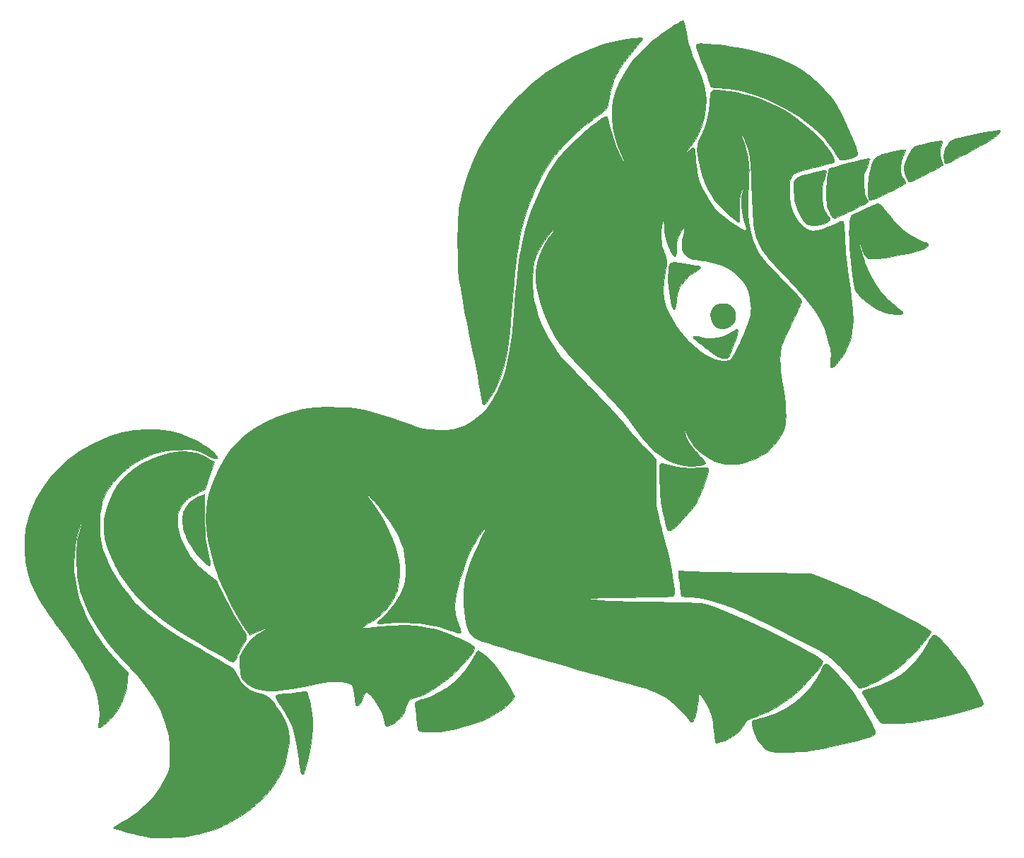
<source format=gbr>
%TF.GenerationSoftware,KiCad,Pcbnew,8.0.1*%
%TF.CreationDate,2024-04-02T10:44:00+02:00*%
%TF.ProjectId,Einhorn,45696e68-6f72-46e2-9e6b-696361645f70,rev?*%
%TF.SameCoordinates,Original*%
%TF.FileFunction,Legend,Top*%
%TF.FilePolarity,Positive*%
%FSLAX46Y46*%
G04 Gerber Fmt 4.6, Leading zero omitted, Abs format (unit mm)*
G04 Created by KiCad (PCBNEW 8.0.1) date 2024-04-02 10:44:00*
%MOMM*%
%LPD*%
G01*
G04 APERTURE LIST*
%ADD10C,0.150000*%
%ADD11C,0.010000*%
G04 APERTURE END LIST*
D10*
X87589220Y-67605819D02*
X87589220Y-66605819D01*
X87017792Y-67605819D02*
X87446363Y-67034390D01*
X87017792Y-66605819D02*
X87589220Y-67177247D01*
D11*
%TO.C,G\u002A\u002A\u002A*%
X107290292Y-52018423D02*
X107680233Y-52176653D01*
X108009574Y-52451490D01*
X108187861Y-52715908D01*
X108283264Y-53023606D01*
X108319023Y-53412830D01*
X108295013Y-53808025D01*
X108211106Y-54133632D01*
X108190315Y-54177712D01*
X107902200Y-54560558D01*
X107515939Y-54827239D01*
X107067063Y-54965530D01*
X106591103Y-54963206D01*
X106221745Y-54854974D01*
X105859872Y-54610329D01*
X105579906Y-54248230D01*
X105403286Y-53809396D01*
X105351456Y-53334544D01*
X105360087Y-53218688D01*
X105482858Y-52789436D01*
X105725250Y-52444747D01*
X106057227Y-52189960D01*
X106448751Y-52030417D01*
X106869785Y-51971457D01*
X107290292Y-52018423D01*
G36*
X107290292Y-52018423D02*
G01*
X107680233Y-52176653D01*
X108009574Y-52451490D01*
X108187861Y-52715908D01*
X108283264Y-53023606D01*
X108319023Y-53412830D01*
X108295013Y-53808025D01*
X108211106Y-54133632D01*
X108190315Y-54177712D01*
X107902200Y-54560558D01*
X107515939Y-54827239D01*
X107067063Y-54965530D01*
X106591103Y-54963206D01*
X106221745Y-54854974D01*
X105859872Y-54610329D01*
X105579906Y-54248230D01*
X105403286Y-53809396D01*
X105351456Y-53334544D01*
X105360087Y-53218688D01*
X105482858Y-52789436D01*
X105725250Y-52444747D01*
X106057227Y-52189960D01*
X106448751Y-52030417D01*
X106869785Y-51971457D01*
X107290292Y-52018423D01*
G37*
X44742574Y-77475211D02*
X44759845Y-78310080D01*
X44780242Y-79004368D01*
X44806853Y-79586828D01*
X44842763Y-80086212D01*
X44891061Y-80531275D01*
X44954833Y-80950768D01*
X45037166Y-81373444D01*
X45141147Y-81828056D01*
X45261880Y-82312132D01*
X45380421Y-82811546D01*
X45436397Y-83157325D01*
X45423463Y-83355562D01*
X45335272Y-83412351D01*
X45165479Y-83333784D01*
X44907738Y-83125955D01*
X44657048Y-82892900D01*
X43834790Y-82016395D01*
X43167298Y-81107210D01*
X42640419Y-80144548D01*
X42404590Y-79582495D01*
X42280502Y-79233198D01*
X42202412Y-78939619D01*
X42159680Y-78638644D01*
X42141668Y-78267160D01*
X42138405Y-78003400D01*
X42141872Y-77567565D01*
X42162707Y-77252538D01*
X42207692Y-77010125D01*
X42283607Y-76792131D01*
X42320612Y-76708624D01*
X42598501Y-76257216D01*
X42991967Y-75818102D01*
X43457922Y-75427035D01*
X43953279Y-75119766D01*
X44434950Y-74932051D01*
X44472450Y-74923077D01*
X44694957Y-74872690D01*
X44742574Y-77475211D01*
G36*
X44742574Y-77475211D02*
G01*
X44759845Y-78310080D01*
X44780242Y-79004368D01*
X44806853Y-79586828D01*
X44842763Y-80086212D01*
X44891061Y-80531275D01*
X44954833Y-80950768D01*
X45037166Y-81373444D01*
X45141147Y-81828056D01*
X45261880Y-82312132D01*
X45380421Y-82811546D01*
X45436397Y-83157325D01*
X45423463Y-83355562D01*
X45335272Y-83412351D01*
X45165479Y-83333784D01*
X44907738Y-83125955D01*
X44657048Y-82892900D01*
X43834790Y-82016395D01*
X43167298Y-81107210D01*
X42640419Y-80144548D01*
X42404590Y-79582495D01*
X42280502Y-79233198D01*
X42202412Y-78939619D01*
X42159680Y-78638644D01*
X42141668Y-78267160D01*
X42138405Y-78003400D01*
X42141872Y-77567565D01*
X42162707Y-77252538D01*
X42207692Y-77010125D01*
X42283607Y-76792131D01*
X42320612Y-76708624D01*
X42598501Y-76257216D01*
X42991967Y-75818102D01*
X43457922Y-75427035D01*
X43953279Y-75119766D01*
X44434950Y-74932051D01*
X44472450Y-74923077D01*
X44694957Y-74872690D01*
X44742574Y-77475211D01*
G37*
X139982941Y-31199687D02*
X140040714Y-31250033D01*
X140050276Y-31336642D01*
X140015134Y-31459620D01*
X139903776Y-31608250D01*
X139707302Y-31788275D01*
X139416815Y-32005439D01*
X139023415Y-32265487D01*
X138518204Y-32574163D01*
X137892283Y-32937211D01*
X137136755Y-33360374D01*
X136242719Y-33849398D01*
X135721308Y-34130989D01*
X135193821Y-34411272D01*
X134708086Y-34662583D01*
X134286125Y-34874070D01*
X133949960Y-35034880D01*
X133721614Y-35134160D01*
X133629072Y-35162066D01*
X133499954Y-35119135D01*
X133406975Y-34965762D01*
X133357531Y-34808253D01*
X133301759Y-34323865D01*
X133389769Y-33797616D01*
X133574965Y-33312467D01*
X133773538Y-32909723D01*
X133950875Y-32632034D01*
X134142127Y-32444786D01*
X134382445Y-32313364D01*
X134699186Y-32205449D01*
X135249075Y-32056446D01*
X135920954Y-31895002D01*
X136668885Y-31730428D01*
X137446926Y-31572032D01*
X138209137Y-31429125D01*
X138909580Y-31311016D01*
X139502314Y-31227014D01*
X139563443Y-31219735D01*
X139837102Y-31192769D01*
X139982941Y-31199687D01*
G36*
X139982941Y-31199687D02*
G01*
X140040714Y-31250033D01*
X140050276Y-31336642D01*
X140015134Y-31459620D01*
X139903776Y-31608250D01*
X139707302Y-31788275D01*
X139416815Y-32005439D01*
X139023415Y-32265487D01*
X138518204Y-32574163D01*
X137892283Y-32937211D01*
X137136755Y-33360374D01*
X136242719Y-33849398D01*
X135721308Y-34130989D01*
X135193821Y-34411272D01*
X134708086Y-34662583D01*
X134286125Y-34874070D01*
X133949960Y-35034880D01*
X133721614Y-35134160D01*
X133629072Y-35162066D01*
X133499954Y-35119135D01*
X133406975Y-34965762D01*
X133357531Y-34808253D01*
X133301759Y-34323865D01*
X133389769Y-33797616D01*
X133574965Y-33312467D01*
X133773538Y-32909723D01*
X133950875Y-32632034D01*
X134142127Y-32444786D01*
X134382445Y-32313364D01*
X134699186Y-32205449D01*
X135249075Y-32056446D01*
X135920954Y-31895002D01*
X136668885Y-31730428D01*
X137446926Y-31572032D01*
X138209137Y-31429125D01*
X138909580Y-31311016D01*
X139502314Y-31227014D01*
X139563443Y-31219735D01*
X139837102Y-31192769D01*
X139982941Y-31199687D01*
G37*
X108675068Y-55088947D02*
X108674525Y-55270679D01*
X108601912Y-55577763D01*
X108462100Y-56022220D01*
X108306749Y-56480077D01*
X108086382Y-57111362D01*
X107907390Y-57598391D01*
X107761796Y-57958891D01*
X107641622Y-58210587D01*
X107538892Y-58371207D01*
X107445628Y-58458475D01*
X107407958Y-58477290D01*
X107091153Y-58529767D01*
X106710010Y-58493144D01*
X106338868Y-58375494D01*
X106299852Y-58356968D01*
X106116194Y-58248302D01*
X105838235Y-58061945D01*
X105492097Y-57817571D01*
X105103902Y-57534856D01*
X104699772Y-57233476D01*
X104305827Y-56933107D01*
X103948191Y-56653425D01*
X103652984Y-56414105D01*
X103446329Y-56234822D01*
X103357326Y-56140563D01*
X103295993Y-55982514D01*
X103359305Y-55894816D01*
X103555932Y-55875962D01*
X103894544Y-55924443D01*
X104203341Y-55993401D01*
X104725566Y-56100625D01*
X105185857Y-56144607D01*
X105633276Y-56137069D01*
X106157718Y-56083016D01*
X106626339Y-55975093D01*
X107091419Y-55795407D01*
X107605235Y-55526063D01*
X107859182Y-55375174D01*
X108195599Y-55175682D01*
X108440474Y-55053467D01*
X108598674Y-55020549D01*
X108675068Y-55088947D01*
G36*
X108675068Y-55088947D02*
G01*
X108674525Y-55270679D01*
X108601912Y-55577763D01*
X108462100Y-56022220D01*
X108306749Y-56480077D01*
X108086382Y-57111362D01*
X107907390Y-57598391D01*
X107761796Y-57958891D01*
X107641622Y-58210587D01*
X107538892Y-58371207D01*
X107445628Y-58458475D01*
X107407958Y-58477290D01*
X107091153Y-58529767D01*
X106710010Y-58493144D01*
X106338868Y-58375494D01*
X106299852Y-58356968D01*
X106116194Y-58248302D01*
X105838235Y-58061945D01*
X105492097Y-57817571D01*
X105103902Y-57534856D01*
X104699772Y-57233476D01*
X104305827Y-56933107D01*
X103948191Y-56653425D01*
X103652984Y-56414105D01*
X103446329Y-56234822D01*
X103357326Y-56140563D01*
X103295993Y-55982514D01*
X103359305Y-55894816D01*
X103555932Y-55875962D01*
X103894544Y-55924443D01*
X104203341Y-55993401D01*
X104725566Y-56100625D01*
X105185857Y-56144607D01*
X105633276Y-56137069D01*
X106157718Y-56083016D01*
X106626339Y-55975093D01*
X107091419Y-55795407D01*
X107605235Y-55526063D01*
X107859182Y-55375174D01*
X108195599Y-55175682D01*
X108440474Y-55053467D01*
X108598674Y-55020549D01*
X108675068Y-55088947D01*
G37*
X133116455Y-32519797D02*
X133148294Y-32663089D01*
X133067031Y-32920314D01*
X133027336Y-33012853D01*
X132880372Y-33537717D01*
X132865387Y-34110706D01*
X132982196Y-34674084D01*
X133033072Y-34809319D01*
X133124974Y-35071555D01*
X133169052Y-35283212D01*
X133164635Y-35365976D01*
X133077993Y-35436932D01*
X132863214Y-35567330D01*
X132545397Y-35744544D01*
X132149637Y-35955950D01*
X131701031Y-36188921D01*
X131224677Y-36430834D01*
X130745670Y-36669063D01*
X130289107Y-36890983D01*
X129880086Y-37083969D01*
X129543703Y-37235396D01*
X129305054Y-37332639D01*
X129194037Y-37363400D01*
X129075322Y-37308417D01*
X128942714Y-37129981D01*
X128784300Y-36814925D01*
X128612678Y-36360338D01*
X128543589Y-35945392D01*
X128577759Y-35520202D01*
X128715911Y-35034881D01*
X128813881Y-34779422D01*
X129058293Y-34210254D01*
X129276170Y-33782929D01*
X129482474Y-33475120D01*
X129692168Y-33264499D01*
X129920027Y-33128823D01*
X130162797Y-33043255D01*
X130529700Y-32938674D01*
X130978039Y-32825068D01*
X131465116Y-32712427D01*
X131948233Y-32610738D01*
X132384693Y-32529992D01*
X132652261Y-32489630D01*
X132956211Y-32469093D01*
X133116455Y-32519797D01*
G36*
X133116455Y-32519797D02*
G01*
X133148294Y-32663089D01*
X133067031Y-32920314D01*
X133027336Y-33012853D01*
X132880372Y-33537717D01*
X132865387Y-34110706D01*
X132982196Y-34674084D01*
X133033072Y-34809319D01*
X133124974Y-35071555D01*
X133169052Y-35283212D01*
X133164635Y-35365976D01*
X133077993Y-35436932D01*
X132863214Y-35567330D01*
X132545397Y-35744544D01*
X132149637Y-35955950D01*
X131701031Y-36188921D01*
X131224677Y-36430834D01*
X130745670Y-36669063D01*
X130289107Y-36890983D01*
X129880086Y-37083969D01*
X129543703Y-37235396D01*
X129305054Y-37332639D01*
X129194037Y-37363400D01*
X129075322Y-37308417D01*
X128942714Y-37129981D01*
X128784300Y-36814925D01*
X128612678Y-36360338D01*
X128543589Y-35945392D01*
X128577759Y-35520202D01*
X128715911Y-35034881D01*
X128813881Y-34779422D01*
X129058293Y-34210254D01*
X129276170Y-33782929D01*
X129482474Y-33475120D01*
X129692168Y-33264499D01*
X129920027Y-33128823D01*
X130162797Y-33043255D01*
X130529700Y-32938674D01*
X130978039Y-32825068D01*
X131465116Y-32712427D01*
X131948233Y-32610738D01*
X132384693Y-32529992D01*
X132652261Y-32489630D01*
X132956211Y-32469093D01*
X133116455Y-32519797D01*
G37*
X101230558Y-47034560D02*
X101345804Y-47042450D01*
X101726725Y-47079158D01*
X102173583Y-47138063D01*
X102648498Y-47212342D01*
X103113591Y-47295175D01*
X103530985Y-47379739D01*
X103862799Y-47459213D01*
X104071156Y-47526775D01*
X104092619Y-47537141D01*
X104198658Y-47608758D01*
X104183770Y-47688728D01*
X104099631Y-47788058D01*
X103946949Y-47914392D01*
X103699449Y-48077493D01*
X103447592Y-48221787D01*
X102830907Y-48635486D01*
X102273630Y-49173055D01*
X101818802Y-49789823D01*
X101662303Y-50074620D01*
X101515335Y-50395396D01*
X101411755Y-50690138D01*
X101336927Y-51015102D01*
X101276219Y-51426547D01*
X101248407Y-51665740D01*
X101185038Y-52151308D01*
X101118390Y-52474908D01*
X101045111Y-52643904D01*
X100961853Y-52665662D01*
X100865265Y-52547546D01*
X100855429Y-52529607D01*
X100726263Y-52203151D01*
X100606747Y-51743005D01*
X100501064Y-51184725D01*
X100413398Y-50563864D01*
X100347934Y-49915978D01*
X100308854Y-49276622D01*
X100300342Y-48681351D01*
X100326582Y-48165720D01*
X100333840Y-48096855D01*
X100389103Y-47646086D01*
X100449792Y-47338406D01*
X100540096Y-47148614D01*
X100684200Y-47051510D01*
X100906292Y-47021893D01*
X101230558Y-47034560D01*
G36*
X101230558Y-47034560D02*
G01*
X101345804Y-47042450D01*
X101726725Y-47079158D01*
X102173583Y-47138063D01*
X102648498Y-47212342D01*
X103113591Y-47295175D01*
X103530985Y-47379739D01*
X103862799Y-47459213D01*
X104071156Y-47526775D01*
X104092619Y-47537141D01*
X104198658Y-47608758D01*
X104183770Y-47688728D01*
X104099631Y-47788058D01*
X103946949Y-47914392D01*
X103699449Y-48077493D01*
X103447592Y-48221787D01*
X102830907Y-48635486D01*
X102273630Y-49173055D01*
X101818802Y-49789823D01*
X101662303Y-50074620D01*
X101515335Y-50395396D01*
X101411755Y-50690138D01*
X101336927Y-51015102D01*
X101276219Y-51426547D01*
X101248407Y-51665740D01*
X101185038Y-52151308D01*
X101118390Y-52474908D01*
X101045111Y-52643904D01*
X100961853Y-52665662D01*
X100865265Y-52547546D01*
X100855429Y-52529607D01*
X100726263Y-52203151D01*
X100606747Y-51743005D01*
X100501064Y-51184725D01*
X100413398Y-50563864D01*
X100347934Y-49915978D01*
X100308854Y-49276622D01*
X100300342Y-48681351D01*
X100326582Y-48165720D01*
X100333840Y-48096855D01*
X100389103Y-47646086D01*
X100449792Y-47338406D01*
X100540096Y-47148614D01*
X100684200Y-47051510D01*
X100906292Y-47021893D01*
X101230558Y-47034560D01*
G37*
X99690799Y-71166213D02*
X99930381Y-71206154D01*
X100274111Y-71282010D01*
X100664100Y-71380522D01*
X100849610Y-71431644D01*
X101952442Y-71660431D01*
X103069984Y-71722687D01*
X103984723Y-71653076D01*
X104439671Y-71603048D01*
X104764284Y-71603843D01*
X104970693Y-71673656D01*
X105071032Y-71830680D01*
X105077431Y-72093111D01*
X105002022Y-72479141D01*
X104866203Y-72975046D01*
X104524849Y-73997957D01*
X104111597Y-74977347D01*
X103650795Y-75856833D01*
X103548125Y-76027010D01*
X103320973Y-76358680D01*
X103023705Y-76741373D01*
X102676041Y-77154674D01*
X102297704Y-77578167D01*
X101908412Y-77991436D01*
X101527887Y-78374066D01*
X101175848Y-78705642D01*
X100872018Y-78965747D01*
X100636116Y-79133966D01*
X100492755Y-79190069D01*
X100286260Y-79136481D01*
X100184420Y-79040566D01*
X100121616Y-78869347D01*
X100036739Y-78564228D01*
X99936836Y-78158119D01*
X99828953Y-77683930D01*
X99720137Y-77174572D01*
X99617434Y-76662955D01*
X99527891Y-76181989D01*
X99458554Y-75764585D01*
X99418499Y-75463400D01*
X99377276Y-75010350D01*
X99340072Y-74484300D01*
X99308001Y-73916854D01*
X99282179Y-73339618D01*
X99263721Y-72784196D01*
X99253742Y-72282195D01*
X99253359Y-71865219D01*
X99263687Y-71564874D01*
X99276738Y-71446808D01*
X99322832Y-71247906D01*
X99397415Y-71162598D01*
X99555888Y-71153337D01*
X99690799Y-71166213D01*
G36*
X99690799Y-71166213D02*
G01*
X99930381Y-71206154D01*
X100274111Y-71282010D01*
X100664100Y-71380522D01*
X100849610Y-71431644D01*
X101952442Y-71660431D01*
X103069984Y-71722687D01*
X103984723Y-71653076D01*
X104439671Y-71603048D01*
X104764284Y-71603843D01*
X104970693Y-71673656D01*
X105071032Y-71830680D01*
X105077431Y-72093111D01*
X105002022Y-72479141D01*
X104866203Y-72975046D01*
X104524849Y-73997957D01*
X104111597Y-74977347D01*
X103650795Y-75856833D01*
X103548125Y-76027010D01*
X103320973Y-76358680D01*
X103023705Y-76741373D01*
X102676041Y-77154674D01*
X102297704Y-77578167D01*
X101908412Y-77991436D01*
X101527887Y-78374066D01*
X101175848Y-78705642D01*
X100872018Y-78965747D01*
X100636116Y-79133966D01*
X100492755Y-79190069D01*
X100286260Y-79136481D01*
X100184420Y-79040566D01*
X100121616Y-78869347D01*
X100036739Y-78564228D01*
X99936836Y-78158119D01*
X99828953Y-77683930D01*
X99720137Y-77174572D01*
X99617434Y-76662955D01*
X99527891Y-76181989D01*
X99458554Y-75764585D01*
X99418499Y-75463400D01*
X99377276Y-75010350D01*
X99340072Y-74484300D01*
X99308001Y-73916854D01*
X99282179Y-73339618D01*
X99263721Y-72784196D01*
X99253742Y-72282195D01*
X99253359Y-71865219D01*
X99263687Y-71564874D01*
X99276738Y-71446808D01*
X99322832Y-71247906D01*
X99397415Y-71162598D01*
X99555888Y-71153337D01*
X99690799Y-71166213D01*
G37*
X119137894Y-36018836D02*
X119211397Y-36080330D01*
X119203086Y-36239989D01*
X119196091Y-36283900D01*
X119149975Y-36491380D01*
X119066349Y-36802847D01*
X118960743Y-37161473D01*
X118924268Y-37278733D01*
X118804036Y-37705397D01*
X118731411Y-38099237D01*
X118695203Y-38535726D01*
X118685775Y-38887400D01*
X118701880Y-39532630D01*
X118778160Y-40066508D01*
X118928982Y-40540701D01*
X119168714Y-41006876D01*
X119355524Y-41295938D01*
X119545643Y-41579548D01*
X119649744Y-41761370D01*
X119680223Y-41877419D01*
X119649475Y-41963705D01*
X119604350Y-42018880D01*
X119320926Y-42231629D01*
X118920302Y-42402819D01*
X118451557Y-42522912D01*
X117963768Y-42582374D01*
X117506012Y-42571669D01*
X117159564Y-42493896D01*
X116815250Y-42317238D01*
X116517290Y-42049124D01*
X116241546Y-41662859D01*
X116003726Y-41215733D01*
X115753411Y-40650955D01*
X115575905Y-40129206D01*
X115457922Y-39594121D01*
X115386175Y-38989339D01*
X115355048Y-38464066D01*
X115338146Y-38020343D01*
X115334192Y-37709994D01*
X115347281Y-37497290D01*
X115381513Y-37346504D01*
X115440983Y-37221907D01*
X115509531Y-37117009D01*
X115783917Y-36846738D01*
X116047276Y-36709393D01*
X116360166Y-36609336D01*
X116762252Y-36494834D01*
X117216275Y-36374915D01*
X117684977Y-36258608D01*
X118131099Y-36154941D01*
X118517382Y-36072941D01*
X118806568Y-36021639D01*
X118938848Y-36008733D01*
X119137894Y-36018836D01*
G36*
X119137894Y-36018836D02*
G01*
X119211397Y-36080330D01*
X119203086Y-36239989D01*
X119196091Y-36283900D01*
X119149975Y-36491380D01*
X119066349Y-36802847D01*
X118960743Y-37161473D01*
X118924268Y-37278733D01*
X118804036Y-37705397D01*
X118731411Y-38099237D01*
X118695203Y-38535726D01*
X118685775Y-38887400D01*
X118701880Y-39532630D01*
X118778160Y-40066508D01*
X118928982Y-40540701D01*
X119168714Y-41006876D01*
X119355524Y-41295938D01*
X119545643Y-41579548D01*
X119649744Y-41761370D01*
X119680223Y-41877419D01*
X119649475Y-41963705D01*
X119604350Y-42018880D01*
X119320926Y-42231629D01*
X118920302Y-42402819D01*
X118451557Y-42522912D01*
X117963768Y-42582374D01*
X117506012Y-42571669D01*
X117159564Y-42493896D01*
X116815250Y-42317238D01*
X116517290Y-42049124D01*
X116241546Y-41662859D01*
X116003726Y-41215733D01*
X115753411Y-40650955D01*
X115575905Y-40129206D01*
X115457922Y-39594121D01*
X115386175Y-38989339D01*
X115355048Y-38464066D01*
X115338146Y-38020343D01*
X115334192Y-37709994D01*
X115347281Y-37497290D01*
X115381513Y-37346504D01*
X115440983Y-37221907D01*
X115509531Y-37117009D01*
X115783917Y-36846738D01*
X116047276Y-36709393D01*
X116360166Y-36609336D01*
X116762252Y-36494834D01*
X117216275Y-36374915D01*
X117684977Y-36258608D01*
X118131099Y-36154941D01*
X118517382Y-36072941D01*
X118806568Y-36021639D01*
X118938848Y-36008733D01*
X119137894Y-36018836D01*
G37*
X128719646Y-33516544D02*
X128734025Y-33531959D01*
X128720822Y-33638355D01*
X128643911Y-33852347D01*
X128518892Y-34131921D01*
X128487366Y-34196277D01*
X128205728Y-34898795D01*
X128085322Y-35553812D01*
X128126393Y-36166323D01*
X128329184Y-36741329D01*
X128634449Y-37211323D01*
X128750281Y-37390864D01*
X128748144Y-37514759D01*
X128718876Y-37558278D01*
X128608970Y-37638034D01*
X128373170Y-37776673D01*
X128038525Y-37960399D01*
X127632085Y-38175419D01*
X127180900Y-38407938D01*
X126712020Y-38644162D01*
X126252494Y-38870298D01*
X125829371Y-39072550D01*
X125469703Y-39237124D01*
X125219169Y-39342980D01*
X124849850Y-39479864D01*
X124602685Y-39547260D01*
X124447285Y-39549188D01*
X124353260Y-39489671D01*
X124332404Y-39460317D01*
X124285078Y-39293910D01*
X124252414Y-38995539D01*
X124234916Y-38601980D01*
X124233087Y-38150011D01*
X124247431Y-37676408D01*
X124278449Y-37217948D01*
X124298990Y-37017653D01*
X124394419Y-36403545D01*
X124530365Y-35814091D01*
X124695891Y-35282912D01*
X124880061Y-34843628D01*
X125071937Y-34529860D01*
X125129281Y-34465318D01*
X125250790Y-34362375D01*
X125409333Y-34271494D01*
X125633325Y-34182201D01*
X125951181Y-34084026D01*
X126391318Y-33966497D01*
X126680818Y-33893543D01*
X127330928Y-33734333D01*
X127834627Y-33617599D01*
X128208631Y-33540397D01*
X128469658Y-33499783D01*
X128634424Y-33492813D01*
X128719646Y-33516544D01*
G36*
X128719646Y-33516544D02*
G01*
X128734025Y-33531959D01*
X128720822Y-33638355D01*
X128643911Y-33852347D01*
X128518892Y-34131921D01*
X128487366Y-34196277D01*
X128205728Y-34898795D01*
X128085322Y-35553812D01*
X128126393Y-36166323D01*
X128329184Y-36741329D01*
X128634449Y-37211323D01*
X128750281Y-37390864D01*
X128748144Y-37514759D01*
X128718876Y-37558278D01*
X128608970Y-37638034D01*
X128373170Y-37776673D01*
X128038525Y-37960399D01*
X127632085Y-38175419D01*
X127180900Y-38407938D01*
X126712020Y-38644162D01*
X126252494Y-38870298D01*
X125829371Y-39072550D01*
X125469703Y-39237124D01*
X125219169Y-39342980D01*
X124849850Y-39479864D01*
X124602685Y-39547260D01*
X124447285Y-39549188D01*
X124353260Y-39489671D01*
X124332404Y-39460317D01*
X124285078Y-39293910D01*
X124252414Y-38995539D01*
X124234916Y-38601980D01*
X124233087Y-38150011D01*
X124247431Y-37676408D01*
X124278449Y-37217948D01*
X124298990Y-37017653D01*
X124394419Y-36403545D01*
X124530365Y-35814091D01*
X124695891Y-35282912D01*
X124880061Y-34843628D01*
X125071937Y-34529860D01*
X125129281Y-34465318D01*
X125250790Y-34362375D01*
X125409333Y-34271494D01*
X125633325Y-34182201D01*
X125951181Y-34084026D01*
X126391318Y-33966497D01*
X126680818Y-33893543D01*
X127330928Y-33734333D01*
X127834627Y-33617599D01*
X128208631Y-33540397D01*
X128469658Y-33499783D01*
X128634424Y-33492813D01*
X128719646Y-33516544D01*
G37*
X124444703Y-34606513D02*
X124471610Y-34643189D01*
X124439388Y-34757089D01*
X124352306Y-34988694D01*
X124224739Y-35301178D01*
X124111776Y-35565013D01*
X123751943Y-36389733D01*
X123755196Y-37532733D01*
X123758945Y-38005343D01*
X123770842Y-38348610D01*
X123796559Y-38602507D01*
X123841771Y-38807006D01*
X123912152Y-39002079D01*
X123988029Y-39173101D01*
X124107205Y-39446378D01*
X124190202Y-39665527D01*
X124217610Y-39773640D01*
X124145002Y-39833867D01*
X123943475Y-39953749D01*
X123637475Y-40121155D01*
X123251445Y-40323953D01*
X122809832Y-40550012D01*
X122337081Y-40787200D01*
X121857636Y-41023386D01*
X121395942Y-41246439D01*
X120976446Y-41444227D01*
X120623590Y-41604619D01*
X120361822Y-41715483D01*
X120215586Y-41764689D01*
X120202814Y-41766066D01*
X120075738Y-41702293D01*
X119924532Y-41545969D01*
X119903791Y-41517938D01*
X119782293Y-41311792D01*
X119635216Y-41012241D01*
X119497825Y-40692438D01*
X119412140Y-40466989D01*
X119350862Y-40267095D01*
X119309868Y-40057557D01*
X119285036Y-39803176D01*
X119272243Y-39468752D01*
X119267366Y-39019087D01*
X119266576Y-38718066D01*
X119273506Y-38036984D01*
X119298460Y-37482137D01*
X119344480Y-37011092D01*
X119414609Y-36581415D01*
X119422672Y-36541031D01*
X119580734Y-35760995D01*
X120057672Y-35622032D01*
X121127902Y-35315734D01*
X122054311Y-35062287D01*
X122834487Y-34862225D01*
X123466024Y-34716082D01*
X123946511Y-34624393D01*
X124273541Y-34587692D01*
X124444703Y-34606513D01*
G36*
X124444703Y-34606513D02*
G01*
X124471610Y-34643189D01*
X124439388Y-34757089D01*
X124352306Y-34988694D01*
X124224739Y-35301178D01*
X124111776Y-35565013D01*
X123751943Y-36389733D01*
X123755196Y-37532733D01*
X123758945Y-38005343D01*
X123770842Y-38348610D01*
X123796559Y-38602507D01*
X123841771Y-38807006D01*
X123912152Y-39002079D01*
X123988029Y-39173101D01*
X124107205Y-39446378D01*
X124190202Y-39665527D01*
X124217610Y-39773640D01*
X124145002Y-39833867D01*
X123943475Y-39953749D01*
X123637475Y-40121155D01*
X123251445Y-40323953D01*
X122809832Y-40550012D01*
X122337081Y-40787200D01*
X121857636Y-41023386D01*
X121395942Y-41246439D01*
X120976446Y-41444227D01*
X120623590Y-41604619D01*
X120361822Y-41715483D01*
X120215586Y-41764689D01*
X120202814Y-41766066D01*
X120075738Y-41702293D01*
X119924532Y-41545969D01*
X119903791Y-41517938D01*
X119782293Y-41311792D01*
X119635216Y-41012241D01*
X119497825Y-40692438D01*
X119412140Y-40466989D01*
X119350862Y-40267095D01*
X119309868Y-40057557D01*
X119285036Y-39803176D01*
X119272243Y-39468752D01*
X119267366Y-39019087D01*
X119266576Y-38718066D01*
X119273506Y-38036984D01*
X119298460Y-37482137D01*
X119344480Y-37011092D01*
X119414609Y-36581415D01*
X119422672Y-36541031D01*
X119580734Y-35760995D01*
X120057672Y-35622032D01*
X121127902Y-35315734D01*
X122054311Y-35062287D01*
X122834487Y-34862225D01*
X123466024Y-34716082D01*
X123946511Y-34624393D01*
X124273541Y-34587692D01*
X124444703Y-34606513D01*
G37*
X56852511Y-98506723D02*
X56981207Y-98577204D01*
X57076746Y-98751250D01*
X57104820Y-98819959D01*
X57201966Y-99124308D01*
X57306875Y-99556558D01*
X57412012Y-100075969D01*
X57509846Y-100641798D01*
X57592845Y-101213307D01*
X57653475Y-101749755D01*
X57660012Y-101822795D01*
X57690712Y-102833338D01*
X57622156Y-103946463D01*
X57458208Y-105130437D01*
X57202730Y-106353528D01*
X57027081Y-107022614D01*
X56867015Y-107575627D01*
X56738404Y-107977367D01*
X56633427Y-108241274D01*
X56544266Y-108380791D01*
X56463102Y-108409361D01*
X56382115Y-108340424D01*
X56319806Y-108238487D01*
X56280882Y-108102885D01*
X56228486Y-107831212D01*
X56167947Y-107455681D01*
X56104592Y-107008509D01*
X56064258Y-106693320D01*
X55917217Y-105597156D01*
X55762582Y-104653924D01*
X55596798Y-103847271D01*
X55416309Y-103160844D01*
X55217562Y-102578290D01*
X55117094Y-102336313D01*
X54954161Y-102004512D01*
X54721852Y-101578717D01*
X54447131Y-101104189D01*
X54156962Y-100626190D01*
X53878310Y-100189982D01*
X53638138Y-99840826D01*
X53598682Y-99787532D01*
X53367544Y-99439149D01*
X53271508Y-99179051D01*
X53310372Y-98993705D01*
X53483934Y-98869581D01*
X53584443Y-98835851D01*
X53870323Y-98781387D01*
X54208930Y-98749908D01*
X54325276Y-98746883D01*
X54609069Y-98732144D01*
X54989510Y-98693668D01*
X55396805Y-98638875D01*
X55510610Y-98620889D01*
X55899723Y-98563258D01*
X56269701Y-98519248D01*
X56557258Y-98496064D01*
X56623250Y-98494211D01*
X56852511Y-98506723D01*
G36*
X56852511Y-98506723D02*
G01*
X56981207Y-98577204D01*
X57076746Y-98751250D01*
X57104820Y-98819959D01*
X57201966Y-99124308D01*
X57306875Y-99556558D01*
X57412012Y-100075969D01*
X57509846Y-100641798D01*
X57592845Y-101213307D01*
X57653475Y-101749755D01*
X57660012Y-101822795D01*
X57690712Y-102833338D01*
X57622156Y-103946463D01*
X57458208Y-105130437D01*
X57202730Y-106353528D01*
X57027081Y-107022614D01*
X56867015Y-107575627D01*
X56738404Y-107977367D01*
X56633427Y-108241274D01*
X56544266Y-108380791D01*
X56463102Y-108409361D01*
X56382115Y-108340424D01*
X56319806Y-108238487D01*
X56280882Y-108102885D01*
X56228486Y-107831212D01*
X56167947Y-107455681D01*
X56104592Y-107008509D01*
X56064258Y-106693320D01*
X55917217Y-105597156D01*
X55762582Y-104653924D01*
X55596798Y-103847271D01*
X55416309Y-103160844D01*
X55217562Y-102578290D01*
X55117094Y-102336313D01*
X54954161Y-102004512D01*
X54721852Y-101578717D01*
X54447131Y-101104189D01*
X54156962Y-100626190D01*
X53878310Y-100189982D01*
X53638138Y-99840826D01*
X53598682Y-99787532D01*
X53367544Y-99439149D01*
X53271508Y-99179051D01*
X53310372Y-98993705D01*
X53483934Y-98869581D01*
X53584443Y-98835851D01*
X53870323Y-98781387D01*
X54208930Y-98749908D01*
X54325276Y-98746883D01*
X54609069Y-98732144D01*
X54989510Y-98693668D01*
X55396805Y-98638875D01*
X55510610Y-98620889D01*
X55899723Y-98563258D01*
X56269701Y-98519248D01*
X56557258Y-98496064D01*
X56623250Y-98494211D01*
X56852511Y-98506723D01*
G37*
X77695753Y-93643557D02*
X77957144Y-93814548D01*
X78281490Y-94074822D01*
X78645847Y-94404157D01*
X79027272Y-94782334D01*
X79402823Y-95189134D01*
X79585777Y-95402400D01*
X80476118Y-96573821D01*
X81227826Y-97794633D01*
X81495415Y-98304936D01*
X81888691Y-99090806D01*
X81628978Y-99468286D01*
X81331354Y-99821355D01*
X80903571Y-100216956D01*
X80372588Y-100634475D01*
X79765365Y-101053296D01*
X79108862Y-101452805D01*
X78836276Y-101603780D01*
X78440680Y-101789403D01*
X77912508Y-101997387D01*
X77285388Y-102217699D01*
X76592949Y-102440307D01*
X75868821Y-102655178D01*
X75146633Y-102852279D01*
X74460014Y-103021577D01*
X73842593Y-103153040D01*
X73390316Y-103228498D01*
X73021398Y-103266359D01*
X72579920Y-103292702D01*
X72103921Y-103307444D01*
X71631441Y-103310502D01*
X71200518Y-103301793D01*
X70849192Y-103281235D01*
X70615501Y-103248744D01*
X70568773Y-103234633D01*
X70453147Y-103180619D01*
X70372683Y-103107615D01*
X70316279Y-102983457D01*
X70272835Y-102775985D01*
X70231249Y-102453036D01*
X70199976Y-102166146D01*
X70149014Y-101687683D01*
X70092932Y-101160078D01*
X70041899Y-100679026D01*
X70030183Y-100568389D01*
X69995136Y-100174014D01*
X69990615Y-99916839D01*
X70017434Y-99767358D01*
X70053810Y-99712332D01*
X70177437Y-99646550D01*
X70421173Y-99550392D01*
X70742328Y-99440057D01*
X70912262Y-99386569D01*
X71900442Y-99030041D01*
X72861069Y-98579118D01*
X73756707Y-98055173D01*
X74549926Y-97479583D01*
X75068939Y-97013049D01*
X75553141Y-96477594D01*
X76056648Y-95830753D01*
X76544005Y-95121375D01*
X76979759Y-94398308D01*
X77021450Y-94322900D01*
X77201651Y-94009919D01*
X77360861Y-93762352D01*
X77477518Y-93612226D01*
X77520259Y-93582066D01*
X77695753Y-93643557D01*
G36*
X77695753Y-93643557D02*
G01*
X77957144Y-93814548D01*
X78281490Y-94074822D01*
X78645847Y-94404157D01*
X79027272Y-94782334D01*
X79402823Y-95189134D01*
X79585777Y-95402400D01*
X80476118Y-96573821D01*
X81227826Y-97794633D01*
X81495415Y-98304936D01*
X81888691Y-99090806D01*
X81628978Y-99468286D01*
X81331354Y-99821355D01*
X80903571Y-100216956D01*
X80372588Y-100634475D01*
X79765365Y-101053296D01*
X79108862Y-101452805D01*
X78836276Y-101603780D01*
X78440680Y-101789403D01*
X77912508Y-101997387D01*
X77285388Y-102217699D01*
X76592949Y-102440307D01*
X75868821Y-102655178D01*
X75146633Y-102852279D01*
X74460014Y-103021577D01*
X73842593Y-103153040D01*
X73390316Y-103228498D01*
X73021398Y-103266359D01*
X72579920Y-103292702D01*
X72103921Y-103307444D01*
X71631441Y-103310502D01*
X71200518Y-103301793D01*
X70849192Y-103281235D01*
X70615501Y-103248744D01*
X70568773Y-103234633D01*
X70453147Y-103180619D01*
X70372683Y-103107615D01*
X70316279Y-102983457D01*
X70272835Y-102775985D01*
X70231249Y-102453036D01*
X70199976Y-102166146D01*
X70149014Y-101687683D01*
X70092932Y-101160078D01*
X70041899Y-100679026D01*
X70030183Y-100568389D01*
X69995136Y-100174014D01*
X69990615Y-99916839D01*
X70017434Y-99767358D01*
X70053810Y-99712332D01*
X70177437Y-99646550D01*
X70421173Y-99550392D01*
X70742328Y-99440057D01*
X70912262Y-99386569D01*
X71900442Y-99030041D01*
X72861069Y-98579118D01*
X73756707Y-98055173D01*
X74549926Y-97479583D01*
X75068939Y-97013049D01*
X75553141Y-96477594D01*
X76056648Y-95830753D01*
X76544005Y-95121375D01*
X76979759Y-94398308D01*
X77021450Y-94322900D01*
X77201651Y-94009919D01*
X77360861Y-93762352D01*
X77477518Y-93612226D01*
X77520259Y-93582066D01*
X77695753Y-93643557D01*
G37*
X132191052Y-91672502D02*
X132314930Y-91725637D01*
X132535371Y-91885027D01*
X132836494Y-92163253D01*
X133201598Y-92540619D01*
X133613984Y-92997432D01*
X134056953Y-93513996D01*
X134513804Y-94070617D01*
X134967837Y-94647600D01*
X135402354Y-95225250D01*
X135800654Y-95783873D01*
X135978832Y-96046627D01*
X136241989Y-96459524D01*
X136524588Y-96932396D01*
X136814136Y-97441112D01*
X137098140Y-97961543D01*
X137364106Y-98469556D01*
X137599542Y-98941023D01*
X137791955Y-99351811D01*
X137928852Y-99677791D01*
X137997740Y-99894833D01*
X138002670Y-99955735D01*
X137965355Y-100050360D01*
X137864164Y-100137195D01*
X137671071Y-100231305D01*
X137358047Y-100347758D01*
X137129276Y-100425238D01*
X136337120Y-100670666D01*
X135420917Y-100924267D01*
X134417983Y-101177880D01*
X133365635Y-101423349D01*
X132301189Y-101652514D01*
X131261961Y-101857217D01*
X130285269Y-102029300D01*
X129408428Y-102160603D01*
X128927888Y-102218313D01*
X128415687Y-102261207D01*
X127870427Y-102287955D01*
X127324243Y-102298963D01*
X126809267Y-102294640D01*
X126357634Y-102275394D01*
X126001477Y-102241633D01*
X125772930Y-102193764D01*
X125736027Y-102177804D01*
X125589516Y-102044449D01*
X125399662Y-101795191D01*
X125194377Y-101467738D01*
X125143360Y-101377067D01*
X124948267Y-101028723D01*
X124701687Y-100597733D01*
X124428344Y-100126380D01*
X124152962Y-99656945D01*
X123900267Y-99231711D01*
X123694983Y-98892960D01*
X123625507Y-98781344D01*
X123547089Y-98623209D01*
X123583748Y-98509354D01*
X123667840Y-98422977D01*
X123818145Y-98336879D01*
X124090676Y-98229215D01*
X124442469Y-98115653D01*
X124720447Y-98039103D01*
X125946650Y-97652434D01*
X127063663Y-97143788D01*
X128088743Y-96503816D01*
X129039144Y-95723173D01*
X129098648Y-95667432D01*
X130036817Y-94680234D01*
X130832048Y-93627657D01*
X131413154Y-92642258D01*
X131638532Y-92215263D01*
X131810788Y-91923313D01*
X131948144Y-91747885D01*
X132068824Y-91670456D01*
X132191052Y-91672502D01*
G36*
X132191052Y-91672502D02*
G01*
X132314930Y-91725637D01*
X132535371Y-91885027D01*
X132836494Y-92163253D01*
X133201598Y-92540619D01*
X133613984Y-92997432D01*
X134056953Y-93513996D01*
X134513804Y-94070617D01*
X134967837Y-94647600D01*
X135402354Y-95225250D01*
X135800654Y-95783873D01*
X135978832Y-96046627D01*
X136241989Y-96459524D01*
X136524588Y-96932396D01*
X136814136Y-97441112D01*
X137098140Y-97961543D01*
X137364106Y-98469556D01*
X137599542Y-98941023D01*
X137791955Y-99351811D01*
X137928852Y-99677791D01*
X137997740Y-99894833D01*
X138002670Y-99955735D01*
X137965355Y-100050360D01*
X137864164Y-100137195D01*
X137671071Y-100231305D01*
X137358047Y-100347758D01*
X137129276Y-100425238D01*
X136337120Y-100670666D01*
X135420917Y-100924267D01*
X134417983Y-101177880D01*
X133365635Y-101423349D01*
X132301189Y-101652514D01*
X131261961Y-101857217D01*
X130285269Y-102029300D01*
X129408428Y-102160603D01*
X128927888Y-102218313D01*
X128415687Y-102261207D01*
X127870427Y-102287955D01*
X127324243Y-102298963D01*
X126809267Y-102294640D01*
X126357634Y-102275394D01*
X126001477Y-102241633D01*
X125772930Y-102193764D01*
X125736027Y-102177804D01*
X125589516Y-102044449D01*
X125399662Y-101795191D01*
X125194377Y-101467738D01*
X125143360Y-101377067D01*
X124948267Y-101028723D01*
X124701687Y-100597733D01*
X124428344Y-100126380D01*
X124152962Y-99656945D01*
X123900267Y-99231711D01*
X123694983Y-98892960D01*
X123625507Y-98781344D01*
X123547089Y-98623209D01*
X123583748Y-98509354D01*
X123667840Y-98422977D01*
X123818145Y-98336879D01*
X124090676Y-98229215D01*
X124442469Y-98115653D01*
X124720447Y-98039103D01*
X125946650Y-97652434D01*
X127063663Y-97143788D01*
X128088743Y-96503816D01*
X129039144Y-95723173D01*
X129098648Y-95667432D01*
X130036817Y-94680234D01*
X130832048Y-93627657D01*
X131413154Y-92642258D01*
X131638532Y-92215263D01*
X131810788Y-91923313D01*
X131948144Y-91747885D01*
X132068824Y-91670456D01*
X132191052Y-91672502D01*
G37*
X119382140Y-95228169D02*
X119554376Y-95352469D01*
X119812735Y-95584010D01*
X120135170Y-95899752D01*
X120499634Y-96276654D01*
X120884081Y-96691675D01*
X121266465Y-97121775D01*
X121624740Y-97543913D01*
X121776704Y-97730733D01*
X122171367Y-98245709D01*
X122584153Y-98823554D01*
X123002740Y-99443388D01*
X123414809Y-100084332D01*
X123808036Y-100725507D01*
X124170101Y-101346033D01*
X124488682Y-101925031D01*
X124751457Y-102441623D01*
X124946106Y-102874928D01*
X125060307Y-103204068D01*
X125084610Y-103336131D01*
X125078319Y-103531492D01*
X124991277Y-103655241D01*
X124810276Y-103758681D01*
X124572356Y-103851629D01*
X124191445Y-103972905D01*
X123690474Y-104117009D01*
X123092373Y-104278443D01*
X122420071Y-104451709D01*
X121696499Y-104631308D01*
X120944587Y-104811741D01*
X120187265Y-104987511D01*
X119447462Y-105153119D01*
X118748110Y-105303067D01*
X118112137Y-105431855D01*
X117562475Y-105533986D01*
X117122052Y-105603960D01*
X117105610Y-105606205D01*
X116755584Y-105642302D01*
X116293786Y-105673596D01*
X115754795Y-105699372D01*
X115173189Y-105718916D01*
X114583546Y-105731516D01*
X114020447Y-105736456D01*
X113518469Y-105733024D01*
X113112190Y-105720505D01*
X112836191Y-105698185D01*
X112813497Y-105694819D01*
X112335236Y-105562948D01*
X111908768Y-105317033D01*
X111493950Y-104932936D01*
X111432413Y-104864370D01*
X111138073Y-104462870D01*
X110861740Y-103965334D01*
X110623909Y-103421639D01*
X110445075Y-102881662D01*
X110345733Y-102395279D01*
X110332276Y-102187043D01*
X110330502Y-102113624D01*
X110338704Y-102055863D01*
X110377168Y-102005663D01*
X110466181Y-101954928D01*
X110626029Y-101895560D01*
X110877000Y-101819464D01*
X111239379Y-101718542D01*
X111733453Y-101584698D01*
X112067943Y-101494317D01*
X113254563Y-101086511D01*
X114388630Y-100523269D01*
X115456615Y-99813932D01*
X116444986Y-98967840D01*
X117340213Y-97994333D01*
X117581325Y-97688400D01*
X118153897Y-96872419D01*
X118575688Y-96127589D01*
X118762792Y-95698733D01*
X118907910Y-95376976D01*
X119051273Y-95206046D01*
X119215011Y-95169130D01*
X119382140Y-95228169D01*
G36*
X119382140Y-95228169D02*
G01*
X119554376Y-95352469D01*
X119812735Y-95584010D01*
X120135170Y-95899752D01*
X120499634Y-96276654D01*
X120884081Y-96691675D01*
X121266465Y-97121775D01*
X121624740Y-97543913D01*
X121776704Y-97730733D01*
X122171367Y-98245709D01*
X122584153Y-98823554D01*
X123002740Y-99443388D01*
X123414809Y-100084332D01*
X123808036Y-100725507D01*
X124170101Y-101346033D01*
X124488682Y-101925031D01*
X124751457Y-102441623D01*
X124946106Y-102874928D01*
X125060307Y-103204068D01*
X125084610Y-103336131D01*
X125078319Y-103531492D01*
X124991277Y-103655241D01*
X124810276Y-103758681D01*
X124572356Y-103851629D01*
X124191445Y-103972905D01*
X123690474Y-104117009D01*
X123092373Y-104278443D01*
X122420071Y-104451709D01*
X121696499Y-104631308D01*
X120944587Y-104811741D01*
X120187265Y-104987511D01*
X119447462Y-105153119D01*
X118748110Y-105303067D01*
X118112137Y-105431855D01*
X117562475Y-105533986D01*
X117122052Y-105603960D01*
X117105610Y-105606205D01*
X116755584Y-105642302D01*
X116293786Y-105673596D01*
X115754795Y-105699372D01*
X115173189Y-105718916D01*
X114583546Y-105731516D01*
X114020447Y-105736456D01*
X113518469Y-105733024D01*
X113112190Y-105720505D01*
X112836191Y-105698185D01*
X112813497Y-105694819D01*
X112335236Y-105562948D01*
X111908768Y-105317033D01*
X111493950Y-104932936D01*
X111432413Y-104864370D01*
X111138073Y-104462870D01*
X110861740Y-103965334D01*
X110623909Y-103421639D01*
X110445075Y-102881662D01*
X110345733Y-102395279D01*
X110332276Y-102187043D01*
X110330502Y-102113624D01*
X110338704Y-102055863D01*
X110377168Y-102005663D01*
X110466181Y-101954928D01*
X110626029Y-101895560D01*
X110877000Y-101819464D01*
X111239379Y-101718542D01*
X111733453Y-101584698D01*
X112067943Y-101494317D01*
X113254563Y-101086511D01*
X114388630Y-100523269D01*
X115456615Y-99813932D01*
X116444986Y-98967840D01*
X117340213Y-97994333D01*
X117581325Y-97688400D01*
X118153897Y-96872419D01*
X118575688Y-96127589D01*
X118762792Y-95698733D01*
X118907910Y-95376976D01*
X119051273Y-95206046D01*
X119215011Y-95169130D01*
X119382140Y-95228169D01*
G37*
X104584222Y-20796477D02*
X105090892Y-20829684D01*
X105688429Y-20883778D01*
X106351557Y-20955787D01*
X107055002Y-21042738D01*
X107773488Y-21141658D01*
X108481742Y-21249577D01*
X109154488Y-21363520D01*
X109766453Y-21480517D01*
X109863305Y-21500640D01*
X111157956Y-21812889D01*
X112425334Y-22195177D01*
X113638486Y-22636567D01*
X114770457Y-23126123D01*
X115794294Y-23652910D01*
X116683043Y-24205992D01*
X116883381Y-24348866D01*
X117267726Y-24654798D01*
X117718944Y-25051446D01*
X118206255Y-25508116D01*
X118698881Y-25994114D01*
X119166044Y-26478745D01*
X119576965Y-26931317D01*
X119900865Y-27321135D01*
X120007651Y-27464539D01*
X120294339Y-27906561D01*
X120623518Y-28476308D01*
X120980001Y-29142298D01*
X121348600Y-29873049D01*
X121714129Y-30637078D01*
X122061401Y-31402904D01*
X122375228Y-32139044D01*
X122640424Y-32814017D01*
X122785664Y-33223290D01*
X122908087Y-33611755D01*
X122970236Y-33876531D01*
X122977844Y-34049867D01*
X122949157Y-34143175D01*
X122814426Y-34260845D01*
X122552629Y-34388995D01*
X122204271Y-34513747D01*
X121809860Y-34621225D01*
X121409900Y-34697554D01*
X121284541Y-34713439D01*
X121020727Y-34733256D01*
X120867931Y-34709287D01*
X120770226Y-34626092D01*
X120725584Y-34559139D01*
X120612317Y-34368812D01*
X120459737Y-34105566D01*
X120370787Y-33949657D01*
X120144319Y-33596602D01*
X119824975Y-33161963D01*
X119442156Y-32681302D01*
X119025258Y-32190178D01*
X118603681Y-31724154D01*
X118206824Y-31318789D01*
X118153331Y-31267400D01*
X117153049Y-30403520D01*
X116015296Y-29576272D01*
X114770628Y-28801290D01*
X113449601Y-28094210D01*
X112082770Y-27470667D01*
X110700691Y-26946296D01*
X109333920Y-26536732D01*
X108557787Y-26357448D01*
X108101764Y-26278420D01*
X107553359Y-26204269D01*
X106989462Y-26144507D01*
X106591829Y-26114208D01*
X106175675Y-26083775D01*
X105819405Y-26046732D01*
X105557937Y-26007496D01*
X105426186Y-25970482D01*
X105420402Y-25966059D01*
X105360749Y-25851352D01*
X105271856Y-25615114D01*
X105168876Y-25299225D01*
X105120577Y-25137425D01*
X104987105Y-24723462D01*
X104809470Y-24235182D01*
X104616833Y-23750908D01*
X104523325Y-23533226D01*
X104286303Y-22980165D01*
X104072131Y-22444591D01*
X103890846Y-21954696D01*
X103752484Y-21538673D01*
X103667082Y-21224714D01*
X103643610Y-21062157D01*
X103676673Y-20917555D01*
X103806463Y-20837267D01*
X103944576Y-20804611D01*
X104193691Y-20787128D01*
X104584222Y-20796477D01*
G36*
X104584222Y-20796477D02*
G01*
X105090892Y-20829684D01*
X105688429Y-20883778D01*
X106351557Y-20955787D01*
X107055002Y-21042738D01*
X107773488Y-21141658D01*
X108481742Y-21249577D01*
X109154488Y-21363520D01*
X109766453Y-21480517D01*
X109863305Y-21500640D01*
X111157956Y-21812889D01*
X112425334Y-22195177D01*
X113638486Y-22636567D01*
X114770457Y-23126123D01*
X115794294Y-23652910D01*
X116683043Y-24205992D01*
X116883381Y-24348866D01*
X117267726Y-24654798D01*
X117718944Y-25051446D01*
X118206255Y-25508116D01*
X118698881Y-25994114D01*
X119166044Y-26478745D01*
X119576965Y-26931317D01*
X119900865Y-27321135D01*
X120007651Y-27464539D01*
X120294339Y-27906561D01*
X120623518Y-28476308D01*
X120980001Y-29142298D01*
X121348600Y-29873049D01*
X121714129Y-30637078D01*
X122061401Y-31402904D01*
X122375228Y-32139044D01*
X122640424Y-32814017D01*
X122785664Y-33223290D01*
X122908087Y-33611755D01*
X122970236Y-33876531D01*
X122977844Y-34049867D01*
X122949157Y-34143175D01*
X122814426Y-34260845D01*
X122552629Y-34388995D01*
X122204271Y-34513747D01*
X121809860Y-34621225D01*
X121409900Y-34697554D01*
X121284541Y-34713439D01*
X121020727Y-34733256D01*
X120867931Y-34709287D01*
X120770226Y-34626092D01*
X120725584Y-34559139D01*
X120612317Y-34368812D01*
X120459737Y-34105566D01*
X120370787Y-33949657D01*
X120144319Y-33596602D01*
X119824975Y-33161963D01*
X119442156Y-32681302D01*
X119025258Y-32190178D01*
X118603681Y-31724154D01*
X118206824Y-31318789D01*
X118153331Y-31267400D01*
X117153049Y-30403520D01*
X116015296Y-29576272D01*
X114770628Y-28801290D01*
X113449601Y-28094210D01*
X112082770Y-27470667D01*
X110700691Y-26946296D01*
X109333920Y-26536732D01*
X108557787Y-26357448D01*
X108101764Y-26278420D01*
X107553359Y-26204269D01*
X106989462Y-26144507D01*
X106591829Y-26114208D01*
X106175675Y-26083775D01*
X105819405Y-26046732D01*
X105557937Y-26007496D01*
X105426186Y-25970482D01*
X105420402Y-25966059D01*
X105360749Y-25851352D01*
X105271856Y-25615114D01*
X105168876Y-25299225D01*
X105120577Y-25137425D01*
X104987105Y-24723462D01*
X104809470Y-24235182D01*
X104616833Y-23750908D01*
X104523325Y-23533226D01*
X104286303Y-22980165D01*
X104072131Y-22444591D01*
X103890846Y-21954696D01*
X103752484Y-21538673D01*
X103667082Y-21224714D01*
X103643610Y-21062157D01*
X103676673Y-20917555D01*
X103806463Y-20837267D01*
X103944576Y-20804611D01*
X104193691Y-20787128D01*
X104584222Y-20796477D01*
G37*
X43016795Y-69748529D02*
X43698832Y-69884186D01*
X44378970Y-70125438D01*
X45095374Y-70484685D01*
X45573236Y-70771318D01*
X45889552Y-70971000D01*
X45334475Y-72633911D01*
X44779398Y-74296823D01*
X44387670Y-74463766D01*
X43772671Y-74738646D01*
X43285800Y-74990557D01*
X42892455Y-75243354D01*
X42558033Y-75520888D01*
X42247931Y-75847010D01*
X42071612Y-76060239D01*
X41816428Y-76432967D01*
X41644480Y-76824112D01*
X41543548Y-77276766D01*
X41501413Y-77834019D01*
X41498276Y-78082057D01*
X41533753Y-78767979D01*
X41648783Y-79413548D01*
X41856265Y-80067000D01*
X42169099Y-80776574D01*
X42275426Y-80988178D01*
X42657865Y-81686601D01*
X43048449Y-82293788D01*
X43476577Y-82844657D01*
X43971648Y-83374127D01*
X44563059Y-83917114D01*
X45155575Y-84409031D01*
X46145875Y-85203991D01*
X46961221Y-86830096D01*
X47484956Y-87854737D01*
X47962934Y-88746278D01*
X48409382Y-89529975D01*
X48838527Y-90231081D01*
X49119349Y-90661066D01*
X49415444Y-91109450D01*
X49618719Y-91454869D01*
X49731782Y-91734243D01*
X49757240Y-91984491D01*
X49697701Y-92242531D01*
X49555772Y-92545284D01*
X49334061Y-92929666D01*
X49285342Y-93011278D01*
X49062025Y-93405409D01*
X48842983Y-93826515D01*
X48664844Y-94203077D01*
X48616361Y-94317471D01*
X48460125Y-94657963D01*
X48306118Y-94854634D01*
X48123234Y-94915427D01*
X47880365Y-94848285D01*
X47546402Y-94661151D01*
X47467276Y-94610882D01*
X47252479Y-94479405D01*
X46916048Y-94281639D01*
X46484715Y-94032916D01*
X45985212Y-93748566D01*
X45444271Y-93443921D01*
X45011943Y-93202724D01*
X43786211Y-92502817D01*
X42599415Y-91788065D01*
X41480823Y-91077104D01*
X40459703Y-90388570D01*
X39565321Y-89741103D01*
X39510303Y-89699386D01*
X39031134Y-89311353D01*
X38483862Y-88829011D01*
X37897112Y-88281004D01*
X37299506Y-87695976D01*
X36719670Y-87102570D01*
X36186227Y-86529429D01*
X35727801Y-86005198D01*
X35375124Y-85561379D01*
X34652593Y-84499150D01*
X34028840Y-83411975D01*
X33512116Y-82320545D01*
X33110668Y-81245547D01*
X32832745Y-80207670D01*
X32686596Y-79227604D01*
X32665513Y-78765400D01*
X32733421Y-77783462D01*
X32940957Y-76765752D01*
X33273510Y-75746379D01*
X33716468Y-74759456D01*
X34255220Y-73839093D01*
X34875154Y-73019403D01*
X35331984Y-72540362D01*
X36243505Y-71783216D01*
X37260589Y-71125498D01*
X38354798Y-70578784D01*
X39497699Y-70154647D01*
X40660853Y-69864665D01*
X41815827Y-69720412D01*
X42294690Y-69706066D01*
X43016795Y-69748529D01*
G36*
X43016795Y-69748529D02*
G01*
X43698832Y-69884186D01*
X44378970Y-70125438D01*
X45095374Y-70484685D01*
X45573236Y-70771318D01*
X45889552Y-70971000D01*
X45334475Y-72633911D01*
X44779398Y-74296823D01*
X44387670Y-74463766D01*
X43772671Y-74738646D01*
X43285800Y-74990557D01*
X42892455Y-75243354D01*
X42558033Y-75520888D01*
X42247931Y-75847010D01*
X42071612Y-76060239D01*
X41816428Y-76432967D01*
X41644480Y-76824112D01*
X41543548Y-77276766D01*
X41501413Y-77834019D01*
X41498276Y-78082057D01*
X41533753Y-78767979D01*
X41648783Y-79413548D01*
X41856265Y-80067000D01*
X42169099Y-80776574D01*
X42275426Y-80988178D01*
X42657865Y-81686601D01*
X43048449Y-82293788D01*
X43476577Y-82844657D01*
X43971648Y-83374127D01*
X44563059Y-83917114D01*
X45155575Y-84409031D01*
X46145875Y-85203991D01*
X46961221Y-86830096D01*
X47484956Y-87854737D01*
X47962934Y-88746278D01*
X48409382Y-89529975D01*
X48838527Y-90231081D01*
X49119349Y-90661066D01*
X49415444Y-91109450D01*
X49618719Y-91454869D01*
X49731782Y-91734243D01*
X49757240Y-91984491D01*
X49697701Y-92242531D01*
X49555772Y-92545284D01*
X49334061Y-92929666D01*
X49285342Y-93011278D01*
X49062025Y-93405409D01*
X48842983Y-93826515D01*
X48664844Y-94203077D01*
X48616361Y-94317471D01*
X48460125Y-94657963D01*
X48306118Y-94854634D01*
X48123234Y-94915427D01*
X47880365Y-94848285D01*
X47546402Y-94661151D01*
X47467276Y-94610882D01*
X47252479Y-94479405D01*
X46916048Y-94281639D01*
X46484715Y-94032916D01*
X45985212Y-93748566D01*
X45444271Y-93443921D01*
X45011943Y-93202724D01*
X43786211Y-92502817D01*
X42599415Y-91788065D01*
X41480823Y-91077104D01*
X40459703Y-90388570D01*
X39565321Y-89741103D01*
X39510303Y-89699386D01*
X39031134Y-89311353D01*
X38483862Y-88829011D01*
X37897112Y-88281004D01*
X37299506Y-87695976D01*
X36719670Y-87102570D01*
X36186227Y-86529429D01*
X35727801Y-86005198D01*
X35375124Y-85561379D01*
X34652593Y-84499150D01*
X34028840Y-83411975D01*
X33512116Y-82320545D01*
X33110668Y-81245547D01*
X32832745Y-80207670D01*
X32686596Y-79227604D01*
X32665513Y-78765400D01*
X32733421Y-77783462D01*
X32940957Y-76765752D01*
X33273510Y-75746379D01*
X33716468Y-74759456D01*
X34255220Y-73839093D01*
X34875154Y-73019403D01*
X35331984Y-72540362D01*
X36243505Y-71783216D01*
X37260589Y-71125498D01*
X38354798Y-70578784D01*
X39497699Y-70154647D01*
X40660853Y-69864665D01*
X41815827Y-69720412D01*
X42294690Y-69706066D01*
X43016795Y-69748529D01*
G37*
X125512588Y-39962391D02*
X125620881Y-40024487D01*
X125760329Y-40147885D01*
X125947092Y-40347999D01*
X126197329Y-40640244D01*
X126527200Y-41040032D01*
X126773969Y-41342733D01*
X127319858Y-41988650D01*
X127820698Y-42523008D01*
X128313534Y-42982350D01*
X128835409Y-43403220D01*
X128946648Y-43486082D01*
X129250260Y-43692192D01*
X129617213Y-43915213D01*
X130012493Y-44136866D01*
X130401088Y-44338871D01*
X130747985Y-44502948D01*
X131018168Y-44610816D01*
X131165904Y-44644733D01*
X131329641Y-44712748D01*
X131412107Y-44810013D01*
X131449821Y-44958928D01*
X131362788Y-45101501D01*
X131317188Y-45146134D01*
X131092589Y-45289238D01*
X130723227Y-45445928D01*
X130232607Y-45610807D01*
X129644230Y-45778480D01*
X128981602Y-45943551D01*
X128268225Y-46100624D01*
X127527604Y-46244303D01*
X126783240Y-46369194D01*
X126058639Y-46469899D01*
X125377304Y-46541024D01*
X125173377Y-46556578D01*
X124695699Y-46578560D01*
X124353116Y-46559099D01*
X124113657Y-46484362D01*
X123945350Y-46340516D01*
X123816224Y-46113730D01*
X123746933Y-45939416D01*
X123511420Y-45302566D01*
X123328225Y-44820145D01*
X123195014Y-44486309D01*
X123109452Y-44295215D01*
X123069206Y-44241020D01*
X123068592Y-44241528D01*
X123071331Y-44338851D01*
X123117620Y-44566359D01*
X123198764Y-44893166D01*
X123306071Y-45288385D01*
X123430847Y-45721129D01*
X123564396Y-46160511D01*
X123698026Y-46575645D01*
X123823043Y-46935643D01*
X123839396Y-46979973D01*
X124403264Y-48315925D01*
X125047630Y-49506595D01*
X125776734Y-50557889D01*
X126594815Y-51475716D01*
X127506114Y-52265983D01*
X127773610Y-52461716D01*
X128139448Y-52736131D01*
X128354908Y-52942730D01*
X128420875Y-53089809D01*
X128338235Y-53185663D01*
X128107874Y-53238587D01*
X127858276Y-53254560D01*
X127460872Y-53243867D01*
X127034673Y-53199006D01*
X126799943Y-53156976D01*
X126175039Y-52989829D01*
X125607505Y-52773169D01*
X125060136Y-52486802D01*
X124495730Y-52110536D01*
X123877084Y-51624178D01*
X123698593Y-51473645D01*
X123297904Y-51118073D01*
X123011931Y-50826669D01*
X122815438Y-50568275D01*
X122683187Y-50311736D01*
X122624898Y-50148066D01*
X122580633Y-49947987D01*
X122522853Y-49594930D01*
X122453562Y-49104537D01*
X122374769Y-48492452D01*
X122288480Y-47774316D01*
X122196700Y-46965772D01*
X122101438Y-46082462D01*
X122092716Y-45999400D01*
X122043293Y-45415599D01*
X122009264Y-44777871D01*
X121990652Y-44121213D01*
X121987479Y-43480620D01*
X121999765Y-42891086D01*
X122027535Y-42387608D01*
X122070808Y-42005180D01*
X122090146Y-41904060D01*
X122201839Y-41407054D01*
X123654224Y-40710220D01*
X124124027Y-40487475D01*
X124554277Y-40288443D01*
X124916751Y-40125791D01*
X125183227Y-40012185D01*
X125324826Y-39960448D01*
X125419289Y-39946183D01*
X125512588Y-39962391D01*
G36*
X125512588Y-39962391D02*
G01*
X125620881Y-40024487D01*
X125760329Y-40147885D01*
X125947092Y-40347999D01*
X126197329Y-40640244D01*
X126527200Y-41040032D01*
X126773969Y-41342733D01*
X127319858Y-41988650D01*
X127820698Y-42523008D01*
X128313534Y-42982350D01*
X128835409Y-43403220D01*
X128946648Y-43486082D01*
X129250260Y-43692192D01*
X129617213Y-43915213D01*
X130012493Y-44136866D01*
X130401088Y-44338871D01*
X130747985Y-44502948D01*
X131018168Y-44610816D01*
X131165904Y-44644733D01*
X131329641Y-44712748D01*
X131412107Y-44810013D01*
X131449821Y-44958928D01*
X131362788Y-45101501D01*
X131317188Y-45146134D01*
X131092589Y-45289238D01*
X130723227Y-45445928D01*
X130232607Y-45610807D01*
X129644230Y-45778480D01*
X128981602Y-45943551D01*
X128268225Y-46100624D01*
X127527604Y-46244303D01*
X126783240Y-46369194D01*
X126058639Y-46469899D01*
X125377304Y-46541024D01*
X125173377Y-46556578D01*
X124695699Y-46578560D01*
X124353116Y-46559099D01*
X124113657Y-46484362D01*
X123945350Y-46340516D01*
X123816224Y-46113730D01*
X123746933Y-45939416D01*
X123511420Y-45302566D01*
X123328225Y-44820145D01*
X123195014Y-44486309D01*
X123109452Y-44295215D01*
X123069206Y-44241020D01*
X123068592Y-44241528D01*
X123071331Y-44338851D01*
X123117620Y-44566359D01*
X123198764Y-44893166D01*
X123306071Y-45288385D01*
X123430847Y-45721129D01*
X123564396Y-46160511D01*
X123698026Y-46575645D01*
X123823043Y-46935643D01*
X123839396Y-46979973D01*
X124403264Y-48315925D01*
X125047630Y-49506595D01*
X125776734Y-50557889D01*
X126594815Y-51475716D01*
X127506114Y-52265983D01*
X127773610Y-52461716D01*
X128139448Y-52736131D01*
X128354908Y-52942730D01*
X128420875Y-53089809D01*
X128338235Y-53185663D01*
X128107874Y-53238587D01*
X127858276Y-53254560D01*
X127460872Y-53243867D01*
X127034673Y-53199006D01*
X126799943Y-53156976D01*
X126175039Y-52989829D01*
X125607505Y-52773169D01*
X125060136Y-52486802D01*
X124495730Y-52110536D01*
X123877084Y-51624178D01*
X123698593Y-51473645D01*
X123297904Y-51118073D01*
X123011931Y-50826669D01*
X122815438Y-50568275D01*
X122683187Y-50311736D01*
X122624898Y-50148066D01*
X122580633Y-49947987D01*
X122522853Y-49594930D01*
X122453562Y-49104537D01*
X122374769Y-48492452D01*
X122288480Y-47774316D01*
X122196700Y-46965772D01*
X122101438Y-46082462D01*
X122092716Y-45999400D01*
X122043293Y-45415599D01*
X122009264Y-44777871D01*
X121990652Y-44121213D01*
X121987479Y-43480620D01*
X121999765Y-42891086D01*
X122027535Y-42387608D01*
X122070808Y-42005180D01*
X122090146Y-41904060D01*
X122201839Y-41407054D01*
X123654224Y-40710220D01*
X124124027Y-40487475D01*
X124554277Y-40288443D01*
X124916751Y-40125791D01*
X125183227Y-40012185D01*
X125324826Y-39960448D01*
X125419289Y-39946183D01*
X125512588Y-39962391D01*
G37*
X102047483Y-84020366D02*
X102308042Y-84044487D01*
X102667913Y-84067725D01*
X103133982Y-84090256D01*
X103713138Y-84112259D01*
X104412267Y-84133908D01*
X105238259Y-84155381D01*
X106198000Y-84176855D01*
X107298377Y-84198506D01*
X108546279Y-84220511D01*
X109948593Y-84243046D01*
X111512207Y-84266289D01*
X111787952Y-84270229D01*
X117349961Y-84349294D01*
X118745152Y-84859722D01*
X119597189Y-85178535D01*
X120400093Y-85495257D01*
X121198106Y-85828612D01*
X122035473Y-86197323D01*
X122956438Y-86620112D01*
X123425734Y-86840459D01*
X123867586Y-87048035D01*
X124254826Y-87227898D01*
X124562217Y-87368493D01*
X124764528Y-87458268D01*
X124835848Y-87486066D01*
X124921359Y-87524498D01*
X125137093Y-87633098D01*
X125464142Y-87801820D01*
X125883596Y-88020622D01*
X126376548Y-88279459D01*
X126924090Y-88568285D01*
X127507313Y-88877058D01*
X128107311Y-89195732D01*
X128705174Y-89514264D01*
X129281994Y-89822609D01*
X129818864Y-90110722D01*
X130296876Y-90368560D01*
X130697120Y-90586077D01*
X131000690Y-90753231D01*
X131188678Y-90859975D01*
X131201742Y-90867751D01*
X131460028Y-91040539D01*
X131652193Y-91202515D01*
X131737148Y-91318976D01*
X131737377Y-91320100D01*
X131698648Y-91483465D01*
X131547261Y-91753315D01*
X131291775Y-92117899D01*
X130940748Y-92565463D01*
X130502739Y-93084256D01*
X130216936Y-93407891D01*
X129137601Y-94525498D01*
X128026580Y-95497689D01*
X126852866Y-96348383D01*
X125585450Y-97101495D01*
X125104351Y-97351288D01*
X124499105Y-97645367D01*
X124020977Y-97855093D01*
X123653577Y-97986003D01*
X123380518Y-98043634D01*
X123185410Y-98033520D01*
X123135574Y-98016363D01*
X123043432Y-97934655D01*
X122871786Y-97746759D01*
X122644866Y-97480327D01*
X122386902Y-97163011D01*
X122377617Y-97151332D01*
X121945907Y-96634977D01*
X121445997Y-96081291D01*
X120910898Y-95523545D01*
X120373619Y-94995011D01*
X119867171Y-94528959D01*
X119424562Y-94158661D01*
X119357155Y-94106957D01*
X119117299Y-93947731D01*
X118728374Y-93719634D01*
X118189634Y-93422271D01*
X117500338Y-93055247D01*
X116659742Y-92618165D01*
X115667104Y-92110632D01*
X114521679Y-91532252D01*
X114404155Y-91473238D01*
X113231636Y-90886535D01*
X112194562Y-90371878D01*
X111278420Y-89922658D01*
X110468696Y-89532265D01*
X109750880Y-89194089D01*
X109110457Y-88901521D01*
X108532916Y-88647950D01*
X108003745Y-88426768D01*
X107508430Y-88231364D01*
X107032459Y-88055129D01*
X106561320Y-87891453D01*
X106479943Y-87864161D01*
X105731098Y-87626493D01*
X105074602Y-87449366D01*
X104449974Y-87320397D01*
X103796737Y-87227203D01*
X103054411Y-87157401D01*
X103012403Y-87154192D01*
X102603664Y-87120993D01*
X102260423Y-87088834D01*
X102015601Y-87061113D01*
X101902117Y-87041227D01*
X101898558Y-87039237D01*
X101872156Y-86942976D01*
X101831656Y-86712562D01*
X101781702Y-86382138D01*
X101726937Y-85985844D01*
X101672005Y-85557821D01*
X101621551Y-85132211D01*
X101580217Y-84743155D01*
X101566824Y-84600329D01*
X101509690Y-83958259D01*
X102047483Y-84020366D01*
G36*
X102047483Y-84020366D02*
G01*
X102308042Y-84044487D01*
X102667913Y-84067725D01*
X103133982Y-84090256D01*
X103713138Y-84112259D01*
X104412267Y-84133908D01*
X105238259Y-84155381D01*
X106198000Y-84176855D01*
X107298377Y-84198506D01*
X108546279Y-84220511D01*
X109948593Y-84243046D01*
X111512207Y-84266289D01*
X111787952Y-84270229D01*
X117349961Y-84349294D01*
X118745152Y-84859722D01*
X119597189Y-85178535D01*
X120400093Y-85495257D01*
X121198106Y-85828612D01*
X122035473Y-86197323D01*
X122956438Y-86620112D01*
X123425734Y-86840459D01*
X123867586Y-87048035D01*
X124254826Y-87227898D01*
X124562217Y-87368493D01*
X124764528Y-87458268D01*
X124835848Y-87486066D01*
X124921359Y-87524498D01*
X125137093Y-87633098D01*
X125464142Y-87801820D01*
X125883596Y-88020622D01*
X126376548Y-88279459D01*
X126924090Y-88568285D01*
X127507313Y-88877058D01*
X128107311Y-89195732D01*
X128705174Y-89514264D01*
X129281994Y-89822609D01*
X129818864Y-90110722D01*
X130296876Y-90368560D01*
X130697120Y-90586077D01*
X131000690Y-90753231D01*
X131188678Y-90859975D01*
X131201742Y-90867751D01*
X131460028Y-91040539D01*
X131652193Y-91202515D01*
X131737148Y-91318976D01*
X131737377Y-91320100D01*
X131698648Y-91483465D01*
X131547261Y-91753315D01*
X131291775Y-92117899D01*
X130940748Y-92565463D01*
X130502739Y-93084256D01*
X130216936Y-93407891D01*
X129137601Y-94525498D01*
X128026580Y-95497689D01*
X126852866Y-96348383D01*
X125585450Y-97101495D01*
X125104351Y-97351288D01*
X124499105Y-97645367D01*
X124020977Y-97855093D01*
X123653577Y-97986003D01*
X123380518Y-98043634D01*
X123185410Y-98033520D01*
X123135574Y-98016363D01*
X123043432Y-97934655D01*
X122871786Y-97746759D01*
X122644866Y-97480327D01*
X122386902Y-97163011D01*
X122377617Y-97151332D01*
X121945907Y-96634977D01*
X121445997Y-96081291D01*
X120910898Y-95523545D01*
X120373619Y-94995011D01*
X119867171Y-94528959D01*
X119424562Y-94158661D01*
X119357155Y-94106957D01*
X119117299Y-93947731D01*
X118728374Y-93719634D01*
X118189634Y-93422271D01*
X117500338Y-93055247D01*
X116659742Y-92618165D01*
X115667104Y-92110632D01*
X114521679Y-91532252D01*
X114404155Y-91473238D01*
X113231636Y-90886535D01*
X112194562Y-90371878D01*
X111278420Y-89922658D01*
X110468696Y-89532265D01*
X109750880Y-89194089D01*
X109110457Y-88901521D01*
X108532916Y-88647950D01*
X108003745Y-88426768D01*
X107508430Y-88231364D01*
X107032459Y-88055129D01*
X106561320Y-87891453D01*
X106479943Y-87864161D01*
X105731098Y-87626493D01*
X105074602Y-87449366D01*
X104449974Y-87320397D01*
X103796737Y-87227203D01*
X103054411Y-87157401D01*
X103012403Y-87154192D01*
X102603664Y-87120993D01*
X102260423Y-87088834D01*
X102015601Y-87061113D01*
X101902117Y-87041227D01*
X101898558Y-87039237D01*
X101872156Y-86942976D01*
X101831656Y-86712562D01*
X101781702Y-86382138D01*
X101726937Y-85985844D01*
X101672005Y-85557821D01*
X101621551Y-85132211D01*
X101580217Y-84743155D01*
X101566824Y-84600329D01*
X101509690Y-83958259D01*
X102047483Y-84020366D01*
G37*
X97054153Y-20103325D02*
X97168400Y-20133960D01*
X97208241Y-20191677D01*
X97208943Y-20203473D01*
X97156502Y-20309117D01*
X97014076Y-20511460D01*
X96804005Y-20780488D01*
X96572773Y-21058092D01*
X95882476Y-21894718D01*
X95255709Y-22716106D01*
X94708840Y-23498812D01*
X94258236Y-24219393D01*
X93920264Y-24854405D01*
X93915877Y-24863708D01*
X93784472Y-25190828D01*
X93635767Y-25637143D01*
X93482737Y-26155245D01*
X93338358Y-26697724D01*
X93215603Y-27217171D01*
X93127448Y-27666176D01*
X93101784Y-27838400D01*
X93043626Y-28194374D01*
X92955307Y-28464287D01*
X92808659Y-28690506D01*
X92575515Y-28915401D01*
X92227707Y-29181340D01*
X92191627Y-29207430D01*
X91461712Y-29738686D01*
X90846903Y-30198008D01*
X90320895Y-30606611D01*
X89857384Y-30985708D01*
X89430065Y-31356515D01*
X89012633Y-31740246D01*
X88801906Y-31941177D01*
X87650821Y-33123131D01*
X86649554Y-34312919D01*
X85779660Y-35537368D01*
X85022690Y-36823303D01*
X84360199Y-38197548D01*
X84141681Y-38718066D01*
X83752784Y-39713384D01*
X83408149Y-40675466D01*
X83103865Y-41624142D01*
X82836017Y-42579246D01*
X82600692Y-43560608D01*
X82393978Y-44588062D01*
X82211962Y-45681439D01*
X82050730Y-46860570D01*
X81906370Y-48145288D01*
X81774968Y-49555425D01*
X81652612Y-51110812D01*
X81627513Y-51460400D01*
X81514542Y-52961541D01*
X81398854Y-54303942D01*
X81279113Y-55498189D01*
X81153980Y-56554867D01*
X81022121Y-57484565D01*
X80882196Y-58297867D01*
X80732870Y-59005362D01*
X80617076Y-59461400D01*
X80385695Y-60210813D01*
X80105916Y-60967579D01*
X79791909Y-61702551D01*
X79457843Y-62386582D01*
X79117886Y-62990527D01*
X78786210Y-63485238D01*
X78497075Y-63822255D01*
X78306797Y-63995914D01*
X78190158Y-64059323D01*
X78108587Y-64029049D01*
X78082118Y-64000515D01*
X78040402Y-63883515D01*
X77980478Y-63624221D01*
X77907155Y-63248104D01*
X77825241Y-62780631D01*
X77739543Y-62247271D01*
X77693772Y-61943449D01*
X77596349Y-61326328D01*
X77469482Y-60590471D01*
X77321804Y-59782139D01*
X77161949Y-58947592D01*
X76998553Y-58133091D01*
X76859142Y-57471733D01*
X76504363Y-55811972D01*
X76193132Y-54308121D01*
X75924040Y-52952834D01*
X75695679Y-51738766D01*
X75506639Y-50658571D01*
X75355513Y-49704901D01*
X75311775Y-49402910D01*
X75250798Y-48958522D01*
X75201852Y-48564476D01*
X75163546Y-48193610D01*
X75134490Y-47818761D01*
X75113293Y-47412768D01*
X75098565Y-46948467D01*
X75088915Y-46398698D01*
X75082954Y-45736297D01*
X75079289Y-44934102D01*
X75079032Y-44856400D01*
X75078666Y-43897769D01*
X75085938Y-43080705D01*
X75103302Y-42377522D01*
X75133210Y-41760532D01*
X75178116Y-41202049D01*
X75240473Y-40674386D01*
X75322734Y-40149856D01*
X75427352Y-39600773D01*
X75556779Y-38999449D01*
X75624299Y-38702127D01*
X76124921Y-36900301D01*
X76789695Y-35134621D01*
X77616649Y-33408442D01*
X78603807Y-31725115D01*
X79749195Y-30087994D01*
X81050839Y-28500432D01*
X82506764Y-26965784D01*
X82572741Y-26901088D01*
X84119682Y-25494548D01*
X85718736Y-24249045D01*
X87370316Y-23164364D01*
X89074837Y-22240293D01*
X90832713Y-21476619D01*
X92644358Y-20873129D01*
X94510187Y-20429610D01*
X95484374Y-20264706D01*
X96080612Y-20180464D01*
X96528696Y-20125923D01*
X96847065Y-20100428D01*
X97054153Y-20103325D01*
G36*
X97054153Y-20103325D02*
G01*
X97168400Y-20133960D01*
X97208241Y-20191677D01*
X97208943Y-20203473D01*
X97156502Y-20309117D01*
X97014076Y-20511460D01*
X96804005Y-20780488D01*
X96572773Y-21058092D01*
X95882476Y-21894718D01*
X95255709Y-22716106D01*
X94708840Y-23498812D01*
X94258236Y-24219393D01*
X93920264Y-24854405D01*
X93915877Y-24863708D01*
X93784472Y-25190828D01*
X93635767Y-25637143D01*
X93482737Y-26155245D01*
X93338358Y-26697724D01*
X93215603Y-27217171D01*
X93127448Y-27666176D01*
X93101784Y-27838400D01*
X93043626Y-28194374D01*
X92955307Y-28464287D01*
X92808659Y-28690506D01*
X92575515Y-28915401D01*
X92227707Y-29181340D01*
X92191627Y-29207430D01*
X91461712Y-29738686D01*
X90846903Y-30198008D01*
X90320895Y-30606611D01*
X89857384Y-30985708D01*
X89430065Y-31356515D01*
X89012633Y-31740246D01*
X88801906Y-31941177D01*
X87650821Y-33123131D01*
X86649554Y-34312919D01*
X85779660Y-35537368D01*
X85022690Y-36823303D01*
X84360199Y-38197548D01*
X84141681Y-38718066D01*
X83752784Y-39713384D01*
X83408149Y-40675466D01*
X83103865Y-41624142D01*
X82836017Y-42579246D01*
X82600692Y-43560608D01*
X82393978Y-44588062D01*
X82211962Y-45681439D01*
X82050730Y-46860570D01*
X81906370Y-48145288D01*
X81774968Y-49555425D01*
X81652612Y-51110812D01*
X81627513Y-51460400D01*
X81514542Y-52961541D01*
X81398854Y-54303942D01*
X81279113Y-55498189D01*
X81153980Y-56554867D01*
X81022121Y-57484565D01*
X80882196Y-58297867D01*
X80732870Y-59005362D01*
X80617076Y-59461400D01*
X80385695Y-60210813D01*
X80105916Y-60967579D01*
X79791909Y-61702551D01*
X79457843Y-62386582D01*
X79117886Y-62990527D01*
X78786210Y-63485238D01*
X78497075Y-63822255D01*
X78306797Y-63995914D01*
X78190158Y-64059323D01*
X78108587Y-64029049D01*
X78082118Y-64000515D01*
X78040402Y-63883515D01*
X77980478Y-63624221D01*
X77907155Y-63248104D01*
X77825241Y-62780631D01*
X77739543Y-62247271D01*
X77693772Y-61943449D01*
X77596349Y-61326328D01*
X77469482Y-60590471D01*
X77321804Y-59782139D01*
X77161949Y-58947592D01*
X76998553Y-58133091D01*
X76859142Y-57471733D01*
X76504363Y-55811972D01*
X76193132Y-54308121D01*
X75924040Y-52952834D01*
X75695679Y-51738766D01*
X75506639Y-50658571D01*
X75355513Y-49704901D01*
X75311775Y-49402910D01*
X75250798Y-48958522D01*
X75201852Y-48564476D01*
X75163546Y-48193610D01*
X75134490Y-47818761D01*
X75113293Y-47412768D01*
X75098565Y-46948467D01*
X75088915Y-46398698D01*
X75082954Y-45736297D01*
X75079289Y-44934102D01*
X75079032Y-44856400D01*
X75078666Y-43897769D01*
X75085938Y-43080705D01*
X75103302Y-42377522D01*
X75133210Y-41760532D01*
X75178116Y-41202049D01*
X75240473Y-40674386D01*
X75322734Y-40149856D01*
X75427352Y-39600773D01*
X75556779Y-38999449D01*
X75624299Y-38702127D01*
X76124921Y-36900301D01*
X76789695Y-35134621D01*
X77616649Y-33408442D01*
X78603807Y-31725115D01*
X79749195Y-30087994D01*
X81050839Y-28500432D01*
X82506764Y-26965784D01*
X82572741Y-26901088D01*
X84119682Y-25494548D01*
X85718736Y-24249045D01*
X87370316Y-23164364D01*
X89074837Y-22240293D01*
X90832713Y-21476619D01*
X92644358Y-20873129D01*
X94510187Y-20429610D01*
X95484374Y-20264706D01*
X96080612Y-20180464D01*
X96528696Y-20125923D01*
X96847065Y-20100428D01*
X97054153Y-20103325D01*
G37*
X39174100Y-67069676D02*
X40526045Y-67246049D01*
X41823120Y-67570116D01*
X43051616Y-68041493D01*
X43223441Y-68122145D01*
X43882481Y-68458611D01*
X44493828Y-68808277D01*
X45040295Y-69158393D01*
X45504699Y-69496208D01*
X45869852Y-69808972D01*
X46118570Y-70083932D01*
X46233667Y-70308339D01*
X46239610Y-70359990D01*
X46223168Y-70501823D01*
X46140420Y-70547598D01*
X45950628Y-70527994D01*
X45745183Y-70464382D01*
X45448813Y-70335623D01*
X45114655Y-70165567D01*
X44998128Y-70100432D01*
X44575172Y-69868726D01*
X44202707Y-69697166D01*
X43843492Y-69578312D01*
X43460287Y-69504725D01*
X43015854Y-69468967D01*
X42472953Y-69463598D01*
X41883007Y-69478142D01*
X40948075Y-69528779D01*
X40135257Y-69619940D01*
X39400068Y-69761851D01*
X38698022Y-69964734D01*
X37984633Y-70238814D01*
X37384692Y-70511962D01*
X36601841Y-70946753D01*
X35803870Y-71496328D01*
X35028290Y-72128199D01*
X34312610Y-72809874D01*
X33694339Y-73508865D01*
X33301527Y-74048742D01*
X32954032Y-74628398D01*
X32680239Y-75199659D01*
X32474070Y-75790639D01*
X32329449Y-76429456D01*
X32240299Y-77144227D01*
X32200543Y-77963068D01*
X32204105Y-78914096D01*
X32208951Y-79104066D01*
X32232681Y-79732886D01*
X32271115Y-80249469D01*
X32334504Y-80697381D01*
X32433094Y-81120188D01*
X32577134Y-81561456D01*
X32776872Y-82064750D01*
X33042557Y-82673637D01*
X33055415Y-82702400D01*
X33595314Y-83803974D01*
X34218236Y-84891849D01*
X34902868Y-85935735D01*
X35627899Y-86905343D01*
X36372018Y-87770384D01*
X37113912Y-88500570D01*
X37169778Y-88549847D01*
X37850387Y-89133999D01*
X38510232Y-89675247D01*
X39169765Y-90187488D01*
X39849438Y-90684619D01*
X40569701Y-91180537D01*
X41351007Y-91689140D01*
X42213807Y-92224325D01*
X43178552Y-92799989D01*
X44265693Y-93430030D01*
X44800276Y-93734985D01*
X45448888Y-94104963D01*
X46064357Y-94458834D01*
X46627938Y-94785615D01*
X47120889Y-95074320D01*
X47524466Y-95313967D01*
X47819926Y-95493572D01*
X47988525Y-95602150D01*
X47997878Y-95608818D01*
X48211563Y-95792394D01*
X48393761Y-96024370D01*
X48576516Y-96349794D01*
X48682748Y-96571642D01*
X49075980Y-97247472D01*
X49574314Y-97818948D01*
X50157263Y-98269914D01*
X50804340Y-98584212D01*
X51428944Y-98737467D01*
X51837888Y-98838770D01*
X52226975Y-99036321D01*
X52609177Y-99342876D01*
X52997462Y-99771186D01*
X53404800Y-100334006D01*
X53844162Y-101044088D01*
X53935399Y-101202066D01*
X54341228Y-101966613D01*
X54629936Y-102655994D01*
X54807907Y-103310890D01*
X54881528Y-103971977D01*
X54857184Y-104679934D01*
X54741260Y-105475441D01*
X54665363Y-105852154D01*
X54438036Y-106792397D01*
X54179053Y-107608822D01*
X53868607Y-108346528D01*
X53486891Y-109050617D01*
X53014096Y-109766189D01*
X52843191Y-110001107D01*
X52004430Y-111005105D01*
X51018219Y-111960271D01*
X49902954Y-112851955D01*
X48677032Y-113665512D01*
X47358848Y-114386295D01*
X47297943Y-114416173D01*
X46681422Y-114704577D01*
X46100194Y-114946131D01*
X45506008Y-115157731D01*
X44850610Y-115356275D01*
X44085749Y-115558660D01*
X43911276Y-115602102D01*
X43491111Y-115699427D01*
X43097693Y-115773859D01*
X42688393Y-115830708D01*
X42220584Y-115875283D01*
X41651638Y-115912894D01*
X41244276Y-115934314D01*
X40485092Y-115969186D01*
X39869519Y-115991192D01*
X39372337Y-116000538D01*
X38968330Y-115997430D01*
X38632279Y-115982072D01*
X38365610Y-115957777D01*
X38076188Y-115914093D01*
X37686418Y-115839979D01*
X37221487Y-115741716D01*
X36706577Y-115625586D01*
X36166876Y-115497871D01*
X35627567Y-115364853D01*
X35113837Y-115232814D01*
X34650871Y-115108036D01*
X34263853Y-114996800D01*
X33977969Y-114905388D01*
X33818404Y-114840083D01*
X33793610Y-114817403D01*
X33860336Y-114727407D01*
X34021366Y-114616326D01*
X34026443Y-114613532D01*
X34818016Y-114171098D01*
X35484580Y-113774633D01*
X36056448Y-113402660D01*
X36563931Y-113033704D01*
X37037343Y-112646286D01*
X37506995Y-112218931D01*
X37779080Y-111954733D01*
X38684877Y-110963033D01*
X39438272Y-109925894D01*
X40054702Y-108820326D01*
X40376336Y-108086749D01*
X40457497Y-107874817D01*
X40516894Y-107686837D01*
X40557953Y-107491015D01*
X40584105Y-107255560D01*
X40598776Y-106948679D01*
X40605395Y-106538580D01*
X40607390Y-105993469D01*
X40607452Y-105943400D01*
X40605078Y-105339760D01*
X40594210Y-104864866D01*
X40571611Y-104478213D01*
X40534045Y-104139295D01*
X40478274Y-103807605D01*
X40411240Y-103488066D01*
X40012089Y-102080820D01*
X39444486Y-100685548D01*
X38708947Y-99303096D01*
X37805986Y-97934312D01*
X36736120Y-96580043D01*
X35499863Y-95241136D01*
X35231336Y-94973944D01*
X34241950Y-93932135D01*
X33303490Y-92805441D01*
X32433620Y-91620887D01*
X31650005Y-90405501D01*
X30970309Y-89186308D01*
X30412195Y-87990336D01*
X30065759Y-87070383D01*
X29861527Y-86417420D01*
X29704715Y-85814461D01*
X29588670Y-85219034D01*
X29506743Y-84588666D01*
X29452283Y-83880884D01*
X29418640Y-83053217D01*
X29414926Y-82914066D01*
X29403266Y-82135387D01*
X29414995Y-81479546D01*
X29455477Y-80901009D01*
X29530077Y-80354244D01*
X29644160Y-79793717D01*
X29803091Y-79173895D01*
X29893206Y-78854696D01*
X29994015Y-78494223D01*
X30070676Y-78199245D01*
X30114650Y-78004069D01*
X30120301Y-77942535D01*
X30075896Y-77997550D01*
X29990509Y-78168631D01*
X29914926Y-78342059D01*
X29636846Y-79140971D01*
X29408262Y-80060537D01*
X29234640Y-81057903D01*
X29121448Y-82090213D01*
X29074152Y-83114614D01*
X29098220Y-84088249D01*
X29131847Y-84480400D01*
X29278127Y-85552650D01*
X29485750Y-86549762D01*
X29768741Y-87518697D01*
X30141125Y-88506413D01*
X30616929Y-89559872D01*
X30699693Y-89729733D01*
X31151347Y-90610561D01*
X31603764Y-91406805D01*
X32080119Y-92150989D01*
X32603588Y-92875637D01*
X33197346Y-93613274D01*
X33884569Y-94396423D01*
X34489528Y-95048307D01*
X35595796Y-96218215D01*
X35540326Y-97007345D01*
X35388994Y-98125251D01*
X35094384Y-99165509D01*
X34650793Y-100140190D01*
X34052520Y-101061365D01*
X33293862Y-101941107D01*
X33134226Y-102101512D01*
X32729853Y-102473228D01*
X32409671Y-102710644D01*
X32177131Y-102811620D01*
X32041012Y-102779691D01*
X32028407Y-102677735D01*
X32039704Y-102451122D01*
X32072272Y-102142436D01*
X32087397Y-102028690D01*
X32163854Y-101222221D01*
X32155162Y-100451520D01*
X32056440Y-99669060D01*
X31862808Y-98827313D01*
X31703238Y-98287325D01*
X31590531Y-97949382D01*
X31466861Y-97625685D01*
X31318908Y-97288904D01*
X31133354Y-96911711D01*
X30896879Y-96466777D01*
X30596163Y-95926775D01*
X30297197Y-95402400D01*
X29983909Y-94861964D01*
X29688322Y-94365751D01*
X29396024Y-93892339D01*
X29092602Y-93420306D01*
X28763644Y-92928231D01*
X28394735Y-92394692D01*
X27971465Y-91798268D01*
X27479420Y-91117536D01*
X26904187Y-90331077D01*
X26679942Y-90026066D01*
X26119365Y-89253654D01*
X25650822Y-88580689D01*
X25256977Y-87977347D01*
X24920492Y-87413800D01*
X24624033Y-86860221D01*
X24350263Y-86286784D01*
X24081846Y-85663663D01*
X23938081Y-85308727D01*
X23555684Y-84134300D01*
X23305733Y-82884024D01*
X23188107Y-81587403D01*
X23202681Y-80273939D01*
X23349335Y-78973137D01*
X23627945Y-77714501D01*
X23630445Y-77707066D01*
X30152943Y-77707066D01*
X30195276Y-77749400D01*
X30237610Y-77707066D01*
X30195276Y-77664733D01*
X30152943Y-77707066D01*
X23630445Y-77707066D01*
X23973922Y-76685955D01*
X24605130Y-75321056D01*
X25384927Y-74022184D01*
X26301893Y-72799939D01*
X27344612Y-71664924D01*
X28501665Y-70627740D01*
X29761636Y-69698986D01*
X31113105Y-68889264D01*
X32544657Y-68209175D01*
X33491831Y-67848835D01*
X34926150Y-67430578D01*
X36360442Y-67161556D01*
X37780995Y-67041383D01*
X39174100Y-67069676D01*
G36*
X39174100Y-67069676D02*
G01*
X40526045Y-67246049D01*
X41823120Y-67570116D01*
X43051616Y-68041493D01*
X43223441Y-68122145D01*
X43882481Y-68458611D01*
X44493828Y-68808277D01*
X45040295Y-69158393D01*
X45504699Y-69496208D01*
X45869852Y-69808972D01*
X46118570Y-70083932D01*
X46233667Y-70308339D01*
X46239610Y-70359990D01*
X46223168Y-70501823D01*
X46140420Y-70547598D01*
X45950628Y-70527994D01*
X45745183Y-70464382D01*
X45448813Y-70335623D01*
X45114655Y-70165567D01*
X44998128Y-70100432D01*
X44575172Y-69868726D01*
X44202707Y-69697166D01*
X43843492Y-69578312D01*
X43460287Y-69504725D01*
X43015854Y-69468967D01*
X42472953Y-69463598D01*
X41883007Y-69478142D01*
X40948075Y-69528779D01*
X40135257Y-69619940D01*
X39400068Y-69761851D01*
X38698022Y-69964734D01*
X37984633Y-70238814D01*
X37384692Y-70511962D01*
X36601841Y-70946753D01*
X35803870Y-71496328D01*
X35028290Y-72128199D01*
X34312610Y-72809874D01*
X33694339Y-73508865D01*
X33301527Y-74048742D01*
X32954032Y-74628398D01*
X32680239Y-75199659D01*
X32474070Y-75790639D01*
X32329449Y-76429456D01*
X32240299Y-77144227D01*
X32200543Y-77963068D01*
X32204105Y-78914096D01*
X32208951Y-79104066D01*
X32232681Y-79732886D01*
X32271115Y-80249469D01*
X32334504Y-80697381D01*
X32433094Y-81120188D01*
X32577134Y-81561456D01*
X32776872Y-82064750D01*
X33042557Y-82673637D01*
X33055415Y-82702400D01*
X33595314Y-83803974D01*
X34218236Y-84891849D01*
X34902868Y-85935735D01*
X35627899Y-86905343D01*
X36372018Y-87770384D01*
X37113912Y-88500570D01*
X37169778Y-88549847D01*
X37850387Y-89133999D01*
X38510232Y-89675247D01*
X39169765Y-90187488D01*
X39849438Y-90684619D01*
X40569701Y-91180537D01*
X41351007Y-91689140D01*
X42213807Y-92224325D01*
X43178552Y-92799989D01*
X44265693Y-93430030D01*
X44800276Y-93734985D01*
X45448888Y-94104963D01*
X46064357Y-94458834D01*
X46627938Y-94785615D01*
X47120889Y-95074320D01*
X47524466Y-95313967D01*
X47819926Y-95493572D01*
X47988525Y-95602150D01*
X47997878Y-95608818D01*
X48211563Y-95792394D01*
X48393761Y-96024370D01*
X48576516Y-96349794D01*
X48682748Y-96571642D01*
X49075980Y-97247472D01*
X49574314Y-97818948D01*
X50157263Y-98269914D01*
X50804340Y-98584212D01*
X51428944Y-98737467D01*
X51837888Y-98838770D01*
X52226975Y-99036321D01*
X52609177Y-99342876D01*
X52997462Y-99771186D01*
X53404800Y-100334006D01*
X53844162Y-101044088D01*
X53935399Y-101202066D01*
X54341228Y-101966613D01*
X54629936Y-102655994D01*
X54807907Y-103310890D01*
X54881528Y-103971977D01*
X54857184Y-104679934D01*
X54741260Y-105475441D01*
X54665363Y-105852154D01*
X54438036Y-106792397D01*
X54179053Y-107608822D01*
X53868607Y-108346528D01*
X53486891Y-109050617D01*
X53014096Y-109766189D01*
X52843191Y-110001107D01*
X52004430Y-111005105D01*
X51018219Y-111960271D01*
X49902954Y-112851955D01*
X48677032Y-113665512D01*
X47358848Y-114386295D01*
X47297943Y-114416173D01*
X46681422Y-114704577D01*
X46100194Y-114946131D01*
X45506008Y-115157731D01*
X44850610Y-115356275D01*
X44085749Y-115558660D01*
X43911276Y-115602102D01*
X43491111Y-115699427D01*
X43097693Y-115773859D01*
X42688393Y-115830708D01*
X42220584Y-115875283D01*
X41651638Y-115912894D01*
X41244276Y-115934314D01*
X40485092Y-115969186D01*
X39869519Y-115991192D01*
X39372337Y-116000538D01*
X38968330Y-115997430D01*
X38632279Y-115982072D01*
X38365610Y-115957777D01*
X38076188Y-115914093D01*
X37686418Y-115839979D01*
X37221487Y-115741716D01*
X36706577Y-115625586D01*
X36166876Y-115497871D01*
X35627567Y-115364853D01*
X35113837Y-115232814D01*
X34650871Y-115108036D01*
X34263853Y-114996800D01*
X33977969Y-114905388D01*
X33818404Y-114840083D01*
X33793610Y-114817403D01*
X33860336Y-114727407D01*
X34021366Y-114616326D01*
X34026443Y-114613532D01*
X34818016Y-114171098D01*
X35484580Y-113774633D01*
X36056448Y-113402660D01*
X36563931Y-113033704D01*
X37037343Y-112646286D01*
X37506995Y-112218931D01*
X37779080Y-111954733D01*
X38684877Y-110963033D01*
X39438272Y-109925894D01*
X40054702Y-108820326D01*
X40376336Y-108086749D01*
X40457497Y-107874817D01*
X40516894Y-107686837D01*
X40557953Y-107491015D01*
X40584105Y-107255560D01*
X40598776Y-106948679D01*
X40605395Y-106538580D01*
X40607390Y-105993469D01*
X40607452Y-105943400D01*
X40605078Y-105339760D01*
X40594210Y-104864866D01*
X40571611Y-104478213D01*
X40534045Y-104139295D01*
X40478274Y-103807605D01*
X40411240Y-103488066D01*
X40012089Y-102080820D01*
X39444486Y-100685548D01*
X38708947Y-99303096D01*
X37805986Y-97934312D01*
X36736120Y-96580043D01*
X35499863Y-95241136D01*
X35231336Y-94973944D01*
X34241950Y-93932135D01*
X33303490Y-92805441D01*
X32433620Y-91620887D01*
X31650005Y-90405501D01*
X30970309Y-89186308D01*
X30412195Y-87990336D01*
X30065759Y-87070383D01*
X29861527Y-86417420D01*
X29704715Y-85814461D01*
X29588670Y-85219034D01*
X29506743Y-84588666D01*
X29452283Y-83880884D01*
X29418640Y-83053217D01*
X29414926Y-82914066D01*
X29403266Y-82135387D01*
X29414995Y-81479546D01*
X29455477Y-80901009D01*
X29530077Y-80354244D01*
X29644160Y-79793717D01*
X29803091Y-79173895D01*
X29893206Y-78854696D01*
X29994015Y-78494223D01*
X30070676Y-78199245D01*
X30114650Y-78004069D01*
X30120301Y-77942535D01*
X30075896Y-77997550D01*
X29990509Y-78168631D01*
X29914926Y-78342059D01*
X29636846Y-79140971D01*
X29408262Y-80060537D01*
X29234640Y-81057903D01*
X29121448Y-82090213D01*
X29074152Y-83114614D01*
X29098220Y-84088249D01*
X29131847Y-84480400D01*
X29278127Y-85552650D01*
X29485750Y-86549762D01*
X29768741Y-87518697D01*
X30141125Y-88506413D01*
X30616929Y-89559872D01*
X30699693Y-89729733D01*
X31151347Y-90610561D01*
X31603764Y-91406805D01*
X32080119Y-92150989D01*
X32603588Y-92875637D01*
X33197346Y-93613274D01*
X33884569Y-94396423D01*
X34489528Y-95048307D01*
X35595796Y-96218215D01*
X35540326Y-97007345D01*
X35388994Y-98125251D01*
X35094384Y-99165509D01*
X34650793Y-100140190D01*
X34052520Y-101061365D01*
X33293862Y-101941107D01*
X33134226Y-102101512D01*
X32729853Y-102473228D01*
X32409671Y-102710644D01*
X32177131Y-102811620D01*
X32041012Y-102779691D01*
X32028407Y-102677735D01*
X32039704Y-102451122D01*
X32072272Y-102142436D01*
X32087397Y-102028690D01*
X32163854Y-101222221D01*
X32155162Y-100451520D01*
X32056440Y-99669060D01*
X31862808Y-98827313D01*
X31703238Y-98287325D01*
X31590531Y-97949382D01*
X31466861Y-97625685D01*
X31318908Y-97288904D01*
X31133354Y-96911711D01*
X30896879Y-96466777D01*
X30596163Y-95926775D01*
X30297197Y-95402400D01*
X29983909Y-94861964D01*
X29688322Y-94365751D01*
X29396024Y-93892339D01*
X29092602Y-93420306D01*
X28763644Y-92928231D01*
X28394735Y-92394692D01*
X27971465Y-91798268D01*
X27479420Y-91117536D01*
X26904187Y-90331077D01*
X26679942Y-90026066D01*
X26119365Y-89253654D01*
X25650822Y-88580689D01*
X25256977Y-87977347D01*
X24920492Y-87413800D01*
X24624033Y-86860221D01*
X24350263Y-86286784D01*
X24081846Y-85663663D01*
X23938081Y-85308727D01*
X23555684Y-84134300D01*
X23305733Y-82884024D01*
X23188107Y-81587403D01*
X23202681Y-80273939D01*
X23349335Y-78973137D01*
X23627945Y-77714501D01*
X23630445Y-77707066D01*
X30152943Y-77707066D01*
X30195276Y-77749400D01*
X30237610Y-77707066D01*
X30195276Y-77664733D01*
X30152943Y-77707066D01*
X23630445Y-77707066D01*
X23973922Y-76685955D01*
X24605130Y-75321056D01*
X25384927Y-74022184D01*
X26301893Y-72799939D01*
X27344612Y-71664924D01*
X28501665Y-70627740D01*
X29761636Y-69698986D01*
X31113105Y-68889264D01*
X32544657Y-68209175D01*
X33491831Y-67848835D01*
X34926150Y-67430578D01*
X36360442Y-67161556D01*
X37780995Y-67041383D01*
X39174100Y-67069676D01*
G37*
X102147209Y-18138252D02*
X102210588Y-18356771D01*
X102290347Y-18687898D01*
X102379874Y-19104573D01*
X102453372Y-19477566D01*
X102683382Y-20560304D01*
X102944530Y-21525334D01*
X103252871Y-22423607D01*
X103624461Y-23306076D01*
X103732961Y-23538262D01*
X104084489Y-24310942D01*
X104351512Y-24987068D01*
X104545716Y-25609444D01*
X104678786Y-26220877D01*
X104762409Y-26864171D01*
X104802842Y-27457400D01*
X104780394Y-28624366D01*
X104606368Y-29758521D01*
X104286828Y-30841547D01*
X103827837Y-31855127D01*
X103235459Y-32780943D01*
X102905767Y-33188497D01*
X102684994Y-33446947D01*
X102494467Y-33679206D01*
X102375167Y-33835309D01*
X102374603Y-33836126D01*
X102293257Y-33961361D01*
X102320657Y-33963288D01*
X102416936Y-33894291D01*
X102582078Y-33763443D01*
X102803967Y-33577648D01*
X102903020Y-33492125D01*
X103094528Y-33331294D01*
X103236340Y-33242944D01*
X103338574Y-33242813D01*
X103411347Y-33346642D01*
X103464777Y-33570169D01*
X103508981Y-33929133D01*
X103554078Y-34439275D01*
X103560294Y-34514604D01*
X103603112Y-34986646D01*
X103653177Y-35464544D01*
X103703576Y-35885573D01*
X103738924Y-36135733D01*
X103941492Y-36993741D01*
X104276145Y-37896813D01*
X104725334Y-38810752D01*
X105271509Y-39701358D01*
X105897119Y-40534434D01*
X106141237Y-40816823D01*
X106438791Y-41117394D01*
X106805234Y-41440387D01*
X107219065Y-41771702D01*
X107658785Y-42097236D01*
X108102893Y-42402888D01*
X108529889Y-42674556D01*
X108918271Y-42898137D01*
X109246540Y-43059531D01*
X109493195Y-43144635D01*
X109636736Y-43139347D01*
X109654644Y-43121216D01*
X109672788Y-42951366D01*
X109597333Y-42701859D01*
X109333703Y-41923344D01*
X109162852Y-41013624D01*
X109090718Y-40157400D01*
X109073233Y-39688502D01*
X109072737Y-39343972D01*
X109092772Y-39079379D01*
X109136880Y-38850294D01*
X109208605Y-38612285D01*
X109215529Y-38591859D01*
X109301645Y-38326613D01*
X109355732Y-38135041D01*
X109366281Y-38062515D01*
X109320214Y-38119845D01*
X109221291Y-38291357D01*
X109097377Y-38527389D01*
X109011240Y-38701209D01*
X108947932Y-38852697D01*
X108903954Y-39011365D01*
X108875806Y-39206728D01*
X108859990Y-39468297D01*
X108853007Y-39825587D01*
X108851358Y-40308110D01*
X108851438Y-40601900D01*
X108847553Y-41232449D01*
X108834937Y-41699520D01*
X108813264Y-42008759D01*
X108782210Y-42165811D01*
X108760120Y-42189400D01*
X108583483Y-42128334D01*
X108317771Y-41958350D01*
X107983911Y-41699268D01*
X107602827Y-41370909D01*
X107195446Y-40993094D01*
X106782694Y-40585643D01*
X106385496Y-40168376D01*
X106024779Y-39761114D01*
X105721469Y-39383677D01*
X105563845Y-39161966D01*
X105067145Y-38327897D01*
X104655822Y-37442045D01*
X104318661Y-36473853D01*
X104044448Y-35392759D01*
X103894085Y-34611733D01*
X103803680Y-34021900D01*
X103765140Y-33547193D01*
X103784439Y-33139738D01*
X103867551Y-32751666D01*
X104020451Y-32335103D01*
X104236531Y-31867862D01*
X104583802Y-31102818D01*
X104849087Y-30380016D01*
X105044347Y-29651623D01*
X105181541Y-28869802D01*
X105272629Y-27986720D01*
X105296921Y-27626733D01*
X105332241Y-27138389D01*
X105382240Y-26794239D01*
X105465028Y-26569178D01*
X105598712Y-26438102D01*
X105801401Y-26375906D01*
X106091201Y-26357485D01*
X106212975Y-26356733D01*
X106808124Y-26389480D01*
X107521655Y-26482201D01*
X108316983Y-26626619D01*
X109157521Y-26814455D01*
X110006684Y-27037429D01*
X110827885Y-27287264D01*
X111584538Y-27555682D01*
X111684702Y-27594852D01*
X113050316Y-28201764D01*
X114374923Y-28919025D01*
X115634802Y-29729575D01*
X116806229Y-30616355D01*
X117865482Y-31562306D01*
X118788838Y-32550368D01*
X119087545Y-32918400D01*
X119539310Y-33523919D01*
X119877996Y-34033860D01*
X120101520Y-34443890D01*
X120207800Y-34749675D01*
X120194752Y-34946882D01*
X120098988Y-35022971D01*
X119774802Y-35117207D01*
X119328421Y-35242330D01*
X118801639Y-35387025D01*
X118236252Y-35539978D01*
X117674054Y-35689873D01*
X117156840Y-35825394D01*
X116766943Y-35925071D01*
X116200177Y-36076658D01*
X115774389Y-36216700D01*
X115463268Y-36359900D01*
X115240507Y-36520961D01*
X115079795Y-36714586D01*
X114965028Y-36932077D01*
X114890284Y-37127312D01*
X114841155Y-37336995D01*
X114813183Y-37600956D01*
X114801906Y-37959026D01*
X114802267Y-38385543D01*
X114817222Y-38876606D01*
X114850787Y-39373255D01*
X114897820Y-39812863D01*
X114941248Y-40079252D01*
X115160664Y-40827019D01*
X115491462Y-41535910D01*
X115908551Y-42157496D01*
X116167930Y-42446887D01*
X116537363Y-42781412D01*
X116894940Y-43024982D01*
X117261271Y-43177340D01*
X117656966Y-43238228D01*
X118102635Y-43207387D01*
X118618887Y-43084561D01*
X119226332Y-42869491D01*
X119945579Y-42561919D01*
X120307305Y-42395095D01*
X120700278Y-42215899D01*
X120968105Y-42108077D01*
X121135411Y-42063995D01*
X121226821Y-42076023D01*
X121252652Y-42102104D01*
X121287253Y-42231431D01*
X121323919Y-42488839D01*
X121357589Y-42833227D01*
X121377264Y-43114156D01*
X121401725Y-43526866D01*
X121433105Y-44051085D01*
X121467945Y-44629309D01*
X121502786Y-45204030D01*
X121515135Y-45406733D01*
X121551550Y-45883408D01*
X121608934Y-46486172D01*
X121682697Y-47173724D01*
X121768247Y-47904761D01*
X121860995Y-48637978D01*
X121933913Y-49174400D01*
X122079444Y-50231336D01*
X122197059Y-51139302D01*
X122288341Y-51916073D01*
X122354870Y-52579423D01*
X122398229Y-53147127D01*
X122420000Y-53636959D01*
X122421763Y-54066694D01*
X122405101Y-54454106D01*
X122404500Y-54462851D01*
X122291927Y-55480178D01*
X122098891Y-56374092D01*
X121816060Y-57174848D01*
X121434105Y-57912700D01*
X121254189Y-58193005D01*
X120971631Y-58583197D01*
X120676129Y-58945264D01*
X120391487Y-59254252D01*
X120141508Y-59485205D01*
X119949998Y-59613167D01*
X119882780Y-59630733D01*
X119812248Y-59620534D01*
X119768910Y-59570289D01*
X119749417Y-59450524D01*
X119750420Y-59231765D01*
X119768569Y-58884538D01*
X119778981Y-58717271D01*
X119801223Y-58285459D01*
X119800476Y-57948136D01*
X119770579Y-57640291D01*
X119705374Y-57296912D01*
X119604578Y-56876435D01*
X119331931Y-55890283D01*
X119035796Y-55008725D01*
X118725402Y-54257978D01*
X118577370Y-53958066D01*
X118200242Y-53313134D01*
X117707284Y-52593014D01*
X117094680Y-51793007D01*
X116358609Y-50908415D01*
X115495255Y-49934541D01*
X114500800Y-48866685D01*
X114096911Y-48444798D01*
X113428575Y-47745022D01*
X112870149Y-47143646D01*
X112408535Y-46622699D01*
X112030633Y-46164212D01*
X111723344Y-45750214D01*
X111473567Y-45362733D01*
X111268204Y-44983800D01*
X111094155Y-44595444D01*
X110938321Y-44179693D01*
X110894877Y-44052066D01*
X110787825Y-43702733D01*
X110695297Y-43330762D01*
X110615534Y-42918885D01*
X110546777Y-42449831D01*
X110487266Y-41906329D01*
X110435244Y-41271109D01*
X110388951Y-40526902D01*
X110346628Y-39656437D01*
X110306517Y-38642444D01*
X110286971Y-38083066D01*
X110253980Y-37136652D01*
X110222764Y-36340272D01*
X110190914Y-35674675D01*
X110156021Y-35120614D01*
X110115676Y-34658841D01*
X110067471Y-34270105D01*
X110008995Y-33935160D01*
X109937840Y-33634756D01*
X109851597Y-33349644D01*
X109747857Y-33060576D01*
X109624211Y-32748304D01*
X109617117Y-32730889D01*
X109469160Y-32396619D01*
X109293629Y-32043090D01*
X109109520Y-31703540D01*
X108935828Y-31411206D01*
X108791550Y-31199326D01*
X108695682Y-31101136D01*
X108683918Y-31098066D01*
X108703342Y-31166453D01*
X108788136Y-31348616D01*
X108921880Y-31610065D01*
X108976129Y-31711900D01*
X109321279Y-32484791D01*
X109605735Y-33402946D01*
X109825257Y-34451983D01*
X109871955Y-34749719D01*
X109915775Y-35070903D01*
X109946567Y-35366936D01*
X109964672Y-35668571D01*
X109970434Y-36006563D01*
X109964197Y-36411665D01*
X109946302Y-36914631D01*
X109917094Y-37546214D01*
X109905696Y-37774890D01*
X109856208Y-39067877D01*
X109847033Y-40215360D01*
X109879700Y-41236667D01*
X109955735Y-42151127D01*
X110076667Y-42978067D01*
X110244023Y-43736816D01*
X110425087Y-44346074D01*
X110574722Y-44770145D01*
X110732052Y-45155670D01*
X110909749Y-45519747D01*
X111120481Y-45879479D01*
X111376918Y-46251964D01*
X111691730Y-46654305D01*
X112077587Y-47103600D01*
X112547160Y-47616952D01*
X113113116Y-48211460D01*
X113788128Y-48904226D01*
X113845578Y-48962733D01*
X114446755Y-49575576D01*
X114939360Y-50080565D01*
X115334117Y-50490017D01*
X115641755Y-50816252D01*
X115872997Y-51071587D01*
X116038570Y-51268342D01*
X116149201Y-51418834D01*
X116215615Y-51535382D01*
X116248539Y-51630305D01*
X116258698Y-51715921D01*
X116258943Y-51734401D01*
X116222141Y-51867397D01*
X116118284Y-52129422D01*
X115957196Y-52498629D01*
X115748698Y-52953172D01*
X115502613Y-53471203D01*
X115228765Y-54030876D01*
X115203882Y-54080955D01*
X114917120Y-54663967D01*
X114646851Y-55225814D01*
X114405145Y-55740441D01*
X114204076Y-56181789D01*
X114055715Y-56523803D01*
X113972965Y-56737878D01*
X113844301Y-57182205D01*
X113752446Y-57633338D01*
X113697769Y-58112500D01*
X113680643Y-58640919D01*
X113701437Y-59239818D01*
X113760522Y-59930424D01*
X113858268Y-60733961D01*
X113995047Y-61671654D01*
X114067079Y-62128400D01*
X114203902Y-63072767D01*
X114303189Y-63958212D01*
X114363607Y-64762545D01*
X114383825Y-65463577D01*
X114362514Y-66039117D01*
X114321008Y-66361733D01*
X114131006Y-67028125D01*
X113816512Y-67725305D01*
X113404586Y-68408517D01*
X112922284Y-69033004D01*
X112396665Y-69554010D01*
X112385357Y-69563520D01*
X112024152Y-69825911D01*
X111546286Y-70115136D01*
X110996800Y-70407764D01*
X110420733Y-70680366D01*
X109863127Y-70909510D01*
X109654943Y-70983888D01*
X109139848Y-71111419D01*
X108523927Y-71191339D01*
X107869622Y-71220946D01*
X107239375Y-71197538D01*
X106695630Y-71118415D01*
X106671811Y-71112942D01*
X105867518Y-70847820D01*
X105070647Y-70442588D01*
X104322035Y-69923143D01*
X103662518Y-69315378D01*
X103442615Y-69065273D01*
X103131687Y-68651557D01*
X102835017Y-68191337D01*
X102580142Y-67732608D01*
X102394604Y-67323368D01*
X102328591Y-67123733D01*
X102276348Y-66972365D01*
X102237766Y-66981501D01*
X102226600Y-67019222D01*
X102235404Y-67203803D01*
X102306713Y-67494939D01*
X102425340Y-67848729D01*
X102576098Y-68221267D01*
X102743800Y-68568653D01*
X102793926Y-68659277D01*
X102958359Y-68904934D01*
X103204626Y-69223573D01*
X103495128Y-69568136D01*
X103707214Y-69802277D01*
X104109326Y-70237399D01*
X104402021Y-70569716D01*
X104597352Y-70814400D01*
X104707372Y-70986623D01*
X104744135Y-71101557D01*
X104744276Y-71107698D01*
X104666320Y-71184770D01*
X104458060Y-71267621D01*
X104157913Y-71347609D01*
X103804294Y-71416095D01*
X103435618Y-71464438D01*
X103090300Y-71483997D01*
X103070946Y-71484066D01*
X102152878Y-71401839D01*
X101225664Y-71160561D01*
X100307213Y-70768342D01*
X99415437Y-70233290D01*
X98568244Y-69563511D01*
X98322093Y-69334266D01*
X97705369Y-68689957D01*
X97043232Y-67908506D01*
X96352352Y-67010311D01*
X95858033Y-66319400D01*
X95506263Y-65825210D01*
X95154309Y-65357699D01*
X94783142Y-64894842D01*
X94373733Y-64414615D01*
X93907051Y-63894993D01*
X93364066Y-63313954D01*
X92725749Y-62649471D01*
X92383151Y-62297733D01*
X91470389Y-61361764D01*
X90668106Y-60533589D01*
X89966614Y-59801696D01*
X89356225Y-59154574D01*
X88827250Y-58580713D01*
X88370001Y-58068602D01*
X87974789Y-57606731D01*
X87631926Y-57183587D01*
X87331723Y-56787661D01*
X87064493Y-56407442D01*
X86820546Y-56031418D01*
X86590194Y-55648080D01*
X86363749Y-55245915D01*
X86213017Y-54966997D01*
X85751731Y-54018173D01*
X85347946Y-53018658D01*
X85009187Y-51997975D01*
X84742977Y-50985647D01*
X84556842Y-50011197D01*
X84458306Y-49104149D01*
X84454893Y-48294025D01*
X84468553Y-48122480D01*
X84636707Y-47099814D01*
X84931775Y-46086220D01*
X85338060Y-45120416D01*
X85839862Y-44241122D01*
X86264168Y-43671066D01*
X99457511Y-43671066D01*
X99459685Y-44151426D01*
X99470618Y-44510114D01*
X99497392Y-44794784D01*
X99547087Y-45053090D01*
X99626787Y-45332684D01*
X99743571Y-45681220D01*
X99765767Y-45745400D01*
X99896632Y-46130759D01*
X100009926Y-46478241D01*
X100091555Y-46743814D01*
X100123852Y-46864263D01*
X100126009Y-47032511D01*
X100095706Y-47326058D01*
X100038234Y-47705129D01*
X99958884Y-48129953D01*
X99949291Y-48176596D01*
X99762704Y-49352890D01*
X99712276Y-50435086D01*
X99798581Y-51430531D01*
X100022192Y-52346571D01*
X100333798Y-53094397D01*
X100582468Y-53542421D01*
X100917040Y-54081809D01*
X101312892Y-54675633D01*
X101745403Y-55286967D01*
X102189952Y-55878883D01*
X102192936Y-55882726D01*
X102730688Y-56494725D01*
X103373055Y-57094846D01*
X104079665Y-57652608D01*
X104810146Y-58137528D01*
X105524127Y-58519125D01*
X105884565Y-58669996D01*
X106333644Y-58797767D01*
X106787460Y-58859342D01*
X107199807Y-58853274D01*
X107524484Y-58778118D01*
X107625271Y-58724452D01*
X107816127Y-58573501D01*
X107940043Y-58449285D01*
X108043438Y-58289178D01*
X108202315Y-58004240D01*
X108402148Y-57623822D01*
X108628412Y-57177278D01*
X108866583Y-56693959D01*
X109102134Y-56203220D01*
X109320540Y-55734412D01*
X109507278Y-55316888D01*
X109609033Y-55076570D01*
X109863295Y-54425645D01*
X110043804Y-53880681D01*
X110159233Y-53399721D01*
X110218252Y-52940807D01*
X110229534Y-52461982D01*
X110216419Y-52137733D01*
X110120821Y-51282007D01*
X109932192Y-50540965D01*
X109635086Y-49878778D01*
X109214057Y-49259616D01*
X108755399Y-48748653D01*
X108108927Y-48173574D01*
X107407075Y-47706943D01*
X106625872Y-47337959D01*
X105741348Y-47055826D01*
X104729534Y-46849742D01*
X104447943Y-46808015D01*
X104021761Y-46748254D01*
X103630279Y-46691928D01*
X103319170Y-46645695D01*
X103143921Y-46617922D01*
X102869932Y-46509766D01*
X102564964Y-46297100D01*
X102280746Y-46023170D01*
X102069008Y-45731227D01*
X102057292Y-45709429D01*
X101956883Y-45373826D01*
X101932040Y-44917078D01*
X101981952Y-44369170D01*
X102105807Y-43760084D01*
X102110542Y-43741626D01*
X102192648Y-43411379D01*
X102254801Y-43138484D01*
X102286764Y-42968742D01*
X102288943Y-42943701D01*
X102249900Y-42894129D01*
X102146552Y-42965759D01*
X101999569Y-43133324D01*
X101829622Y-43371558D01*
X101657381Y-43655193D01*
X101566396Y-43826907D01*
X101431053Y-44108690D01*
X101345173Y-44335852D01*
X101297495Y-44563525D01*
X101276757Y-44846842D01*
X101271698Y-45240938D01*
X101271646Y-45269942D01*
X101255720Y-45784588D01*
X101208579Y-46133126D01*
X101128463Y-46316198D01*
X101013614Y-46334446D01*
X100862272Y-46188513D01*
X100672679Y-45879043D01*
X100508439Y-45548800D01*
X100255038Y-44965780D01*
X100075038Y-44435614D01*
X99953667Y-43897935D01*
X99876152Y-43292379D01*
X99841736Y-42824400D01*
X99782092Y-41808400D01*
X99619637Y-42147066D01*
X99552145Y-42313732D01*
X99505866Y-42506030D01*
X99477126Y-42758504D01*
X99462249Y-43105693D01*
X99457562Y-43582139D01*
X99457511Y-43671066D01*
X86264168Y-43671066D01*
X86284370Y-43643925D01*
X86519444Y-43350338D01*
X86635364Y-43175212D01*
X86636753Y-43121452D01*
X86528238Y-43191966D01*
X86314441Y-43389661D01*
X86148816Y-43558719D01*
X85431924Y-44431953D01*
X84843676Y-45415256D01*
X84384146Y-46508496D01*
X84282243Y-46822204D01*
X84202720Y-47092493D01*
X84144044Y-47330715D01*
X84102949Y-47570422D01*
X84076166Y-47845167D01*
X84060426Y-48188503D01*
X84052462Y-48633983D01*
X84049005Y-49215159D01*
X84049000Y-49216733D01*
X84053002Y-49950523D01*
X84075188Y-50560776D01*
X84122398Y-51092909D01*
X84201469Y-51592336D01*
X84319242Y-52104476D01*
X84482554Y-52674742D01*
X84648218Y-53196066D01*
X84982828Y-54096364D01*
X85411342Y-55055468D01*
X85906682Y-56021833D01*
X86441774Y-56943916D01*
X86989539Y-57770173D01*
X87200861Y-58055445D01*
X87338894Y-58218768D01*
X87582353Y-58488719D01*
X87917918Y-58851210D01*
X88332267Y-59292151D01*
X88812080Y-59797453D01*
X89344036Y-60353026D01*
X89914815Y-60944781D01*
X90511096Y-61558629D01*
X90571334Y-61620400D01*
X91365353Y-62435687D01*
X92053029Y-63145302D01*
X92647469Y-63763596D01*
X93161777Y-64304922D01*
X93609059Y-64783632D01*
X94002421Y-65214078D01*
X94354967Y-65610612D01*
X94679802Y-65987588D01*
X94990034Y-66359357D01*
X95298765Y-66740271D01*
X95619103Y-67144683D01*
X95640129Y-67171475D01*
X95954760Y-67555752D01*
X96353274Y-68017154D01*
X96798660Y-68514239D01*
X97253902Y-69005567D01*
X97605924Y-69372366D01*
X98812199Y-70604999D01*
X98794763Y-73182366D01*
X98790404Y-73961835D01*
X98791528Y-74611026D01*
X98802084Y-75161365D01*
X98826017Y-75644278D01*
X98867276Y-76091193D01*
X98929807Y-76533535D01*
X99017557Y-77002733D01*
X99134475Y-77530211D01*
X99284506Y-78147397D01*
X99471600Y-78885718D01*
X99549174Y-79188733D01*
X99704501Y-79795170D01*
X99863576Y-80416561D01*
X100015331Y-81009655D01*
X100148701Y-81531201D01*
X100252620Y-81937949D01*
X100264051Y-81982733D01*
X100408431Y-82588837D01*
X100547435Y-83247015D01*
X100676451Y-83927757D01*
X100790866Y-84601552D01*
X100886067Y-85238890D01*
X100957442Y-85810260D01*
X101000378Y-86286153D01*
X101010264Y-86637057D01*
X101005140Y-86724066D01*
X100975084Y-86908206D01*
X100898712Y-87004130D01*
X100726744Y-87053926D01*
X100595610Y-87073825D01*
X100441892Y-87084761D01*
X100135352Y-87097184D01*
X99692488Y-87110726D01*
X99129800Y-87125018D01*
X98463788Y-87139689D01*
X97710953Y-87154370D01*
X96887794Y-87168693D01*
X96010810Y-87182287D01*
X95323183Y-87191842D01*
X94432495Y-87204476D01*
X93595822Y-87218033D01*
X92827869Y-87232163D01*
X92143339Y-87246513D01*
X91556937Y-87260731D01*
X91083367Y-87274465D01*
X90737332Y-87287363D01*
X90533536Y-87299072D01*
X90483046Y-87307750D01*
X90581912Y-87338182D01*
X90815208Y-87384489D01*
X91149447Y-87440686D01*
X91551142Y-87500789D01*
X91606807Y-87508609D01*
X91859356Y-87540319D01*
X92143394Y-87568428D01*
X92472870Y-87593414D01*
X92861735Y-87615751D01*
X93323940Y-87635917D01*
X93873435Y-87654386D01*
X94524171Y-87671636D01*
X95290099Y-87688141D01*
X96185168Y-87704378D01*
X97223330Y-87720823D01*
X98267276Y-87735857D01*
X99346818Y-87752151D01*
X100351315Y-87769854D01*
X101268794Y-87788634D01*
X102087280Y-87808156D01*
X102794798Y-87828086D01*
X103379373Y-87848092D01*
X103829032Y-87867840D01*
X104131798Y-87886996D01*
X104266705Y-87902987D01*
X104986018Y-88087021D01*
X105814447Y-88350772D01*
X106756595Y-88696175D01*
X107817062Y-89125166D01*
X109000448Y-89639678D01*
X110311356Y-90241646D01*
X111754385Y-90933005D01*
X113334136Y-91715691D01*
X113337943Y-91717604D01*
X114352409Y-92231761D01*
X115282962Y-92712097D01*
X116119550Y-93153099D01*
X116852120Y-93549256D01*
X117470619Y-93895057D01*
X117964997Y-94184989D01*
X118325201Y-94413541D01*
X118527094Y-94562835D01*
X118708243Y-94727591D01*
X118780212Y-94845436D01*
X118764317Y-94977367D01*
X118715708Y-95102610D01*
X118547693Y-95411393D01*
X118269966Y-95808235D01*
X117901919Y-96271624D01*
X117462944Y-96780049D01*
X116972435Y-97311999D01*
X116449783Y-97845960D01*
X115914380Y-98360423D01*
X115385621Y-98833874D01*
X115242943Y-98954871D01*
X114327987Y-99647948D01*
X113294898Y-100303455D01*
X112194689Y-100891807D01*
X111078373Y-101383418D01*
X111009610Y-101410111D01*
X110503008Y-101605380D01*
X110129165Y-101754373D01*
X109863406Y-101873172D01*
X109681056Y-101977857D01*
X109557441Y-102084511D01*
X109467886Y-102209213D01*
X109387716Y-102368045D01*
X109323616Y-102508919D01*
X108968488Y-103083837D01*
X108460044Y-103587057D01*
X107798235Y-104018618D01*
X107029387Y-104361532D01*
X106612898Y-104512072D01*
X106325723Y-104602011D01*
X106140292Y-104634470D01*
X106029036Y-104612574D01*
X105964383Y-104539447D01*
X105940992Y-104484852D01*
X105908400Y-104332282D01*
X105868149Y-104047883D01*
X105824779Y-103668719D01*
X105782832Y-103231853D01*
X105772194Y-103107066D01*
X105726404Y-102628914D01*
X105671297Y-102167409D01*
X105613331Y-101770790D01*
X105558965Y-101487293D01*
X105551141Y-101456066D01*
X105441254Y-101118177D01*
X105282526Y-100732840D01*
X105089126Y-100324265D01*
X104875222Y-99916662D01*
X104654986Y-99534241D01*
X104442587Y-99201211D01*
X104252194Y-98941782D01*
X104097978Y-98780164D01*
X103994108Y-98740568D01*
X103972735Y-98759272D01*
X103925868Y-98913579D01*
X103900367Y-99153132D01*
X103898906Y-99218016D01*
X103878268Y-99546795D01*
X103824111Y-99963551D01*
X103745006Y-100426838D01*
X103649526Y-100895208D01*
X103546242Y-101327213D01*
X103443727Y-101681406D01*
X103350553Y-101916339D01*
X103335350Y-101942900D01*
X103208479Y-102089509D01*
X103068755Y-102119979D01*
X102899487Y-102025539D01*
X102683984Y-101797420D01*
X102436940Y-101470900D01*
X101745234Y-100638013D01*
X100918999Y-99871267D01*
X99987086Y-99192288D01*
X98978343Y-98622704D01*
X98173087Y-98274415D01*
X97950800Y-98199485D01*
X97592826Y-98089353D01*
X97127168Y-97952157D01*
X96581834Y-97796032D01*
X95984829Y-97629113D01*
X95420312Y-97474710D01*
X94320088Y-97175163D01*
X93159214Y-96855555D01*
X91951705Y-96519954D01*
X90711579Y-96172427D01*
X89452854Y-95817041D01*
X88189547Y-95457862D01*
X86935676Y-95098959D01*
X85705258Y-94744397D01*
X84512310Y-94398245D01*
X83370850Y-94064569D01*
X82294896Y-93747435D01*
X81298464Y-93450911D01*
X80395573Y-93179065D01*
X79600240Y-92935962D01*
X78926481Y-92725671D01*
X78388316Y-92552257D01*
X78007701Y-92422627D01*
X77424626Y-92187851D01*
X76978217Y-91934490D01*
X76642144Y-91632202D01*
X76390076Y-91250648D01*
X76195682Y-90759488D01*
X76038078Y-90153066D01*
X75931545Y-89536882D01*
X75854501Y-88811608D01*
X75808337Y-88027160D01*
X75794444Y-87233455D01*
X75814210Y-86480409D01*
X75869027Y-85817936D01*
X75909584Y-85538733D01*
X76081901Y-84757816D01*
X76342936Y-83869016D01*
X76681996Y-82901530D01*
X77088387Y-81884554D01*
X77551415Y-80847287D01*
X77863278Y-80204733D01*
X78041093Y-79843732D01*
X78206331Y-79497662D01*
X78332105Y-79223209D01*
X78365128Y-79146691D01*
X78506414Y-78808315D01*
X78200796Y-79104357D01*
X77943807Y-79396542D01*
X77646101Y-79803995D01*
X77333091Y-80286100D01*
X77030189Y-80802239D01*
X76762808Y-81311794D01*
X76605631Y-81653966D01*
X76257585Y-82504026D01*
X75917019Y-83393639D01*
X75599752Y-84278264D01*
X75321600Y-85113356D01*
X75098379Y-85854374D01*
X75045801Y-86046733D01*
X74917067Y-86549009D01*
X74830269Y-86946435D01*
X74777355Y-87295946D01*
X74750275Y-87654479D01*
X74740976Y-88078969D01*
X74740479Y-88205733D01*
X74742558Y-88637833D01*
X74756777Y-88966090D01*
X74792579Y-89244897D01*
X74859406Y-89528645D01*
X74966701Y-89871729D01*
X75094191Y-90243209D01*
X75228709Y-90637321D01*
X75339881Y-90977332D01*
X75416975Y-91229362D01*
X75449255Y-91359532D01*
X75449610Y-91365042D01*
X75411871Y-91439294D01*
X75286963Y-91456298D01*
X75057349Y-91412991D01*
X74705490Y-91306312D01*
X74299134Y-91164225D01*
X72854159Y-90708706D01*
X71423762Y-90397228D01*
X70966813Y-90326743D01*
X70386350Y-90265785D01*
X69687628Y-90223994D01*
X68920683Y-90201835D01*
X68135553Y-90199773D01*
X67382274Y-90218270D01*
X66710885Y-90257793D01*
X66429932Y-90284642D01*
X65946336Y-90325966D01*
X65624462Y-90324133D01*
X65480769Y-90289750D01*
X65418476Y-90233522D01*
X65434358Y-90154884D01*
X65545837Y-90026817D01*
X65770337Y-89822303D01*
X65797610Y-89798411D01*
X66735066Y-88897375D01*
X67511159Y-87972972D01*
X68133276Y-87015855D01*
X68391491Y-86516664D01*
X68615180Y-85923261D01*
X68760994Y-85240090D01*
X68830776Y-84449778D01*
X68826367Y-83534954D01*
X68781997Y-82833678D01*
X68696920Y-82059091D01*
X68570309Y-81391846D01*
X68384556Y-80771654D01*
X68122054Y-80138224D01*
X67816458Y-79527400D01*
X67432375Y-78847882D01*
X66991092Y-78144038D01*
X66513432Y-77443741D01*
X66020215Y-76774868D01*
X65532262Y-76165294D01*
X65070394Y-75642896D01*
X64655434Y-75235547D01*
X64533375Y-75131959D01*
X64158140Y-74828400D01*
X64798156Y-75759733D01*
X65536043Y-76888532D01*
X66194401Y-78007800D01*
X66765271Y-79100117D01*
X67240693Y-80148063D01*
X67612709Y-81134219D01*
X67873361Y-82041165D01*
X68007105Y-82783314D01*
X68057349Y-83386491D01*
X68075424Y-84033451D01*
X68063245Y-84683793D01*
X68022728Y-85297116D01*
X67955785Y-85833018D01*
X67864333Y-86251100D01*
X67839053Y-86329127D01*
X67400462Y-87334766D01*
X66831809Y-88234236D01*
X66129719Y-89031542D01*
X65290815Y-89730685D01*
X64591110Y-90180786D01*
X64243775Y-90387596D01*
X63957551Y-90570094D01*
X63760669Y-90709400D01*
X63681364Y-90786634D01*
X63680943Y-90789419D01*
X63760402Y-90846707D01*
X63999678Y-90867458D01*
X64400118Y-90851616D01*
X64963069Y-90799125D01*
X65689878Y-90709928D01*
X65743317Y-90702792D01*
X67238784Y-90560329D01*
X68711547Y-90533619D01*
X70131570Y-90621439D01*
X71468812Y-90822562D01*
X72081567Y-90961296D01*
X72712974Y-91141925D01*
X73412705Y-91376361D01*
X74143585Y-91649258D01*
X74868436Y-91945270D01*
X75550082Y-92249051D01*
X76151346Y-92545255D01*
X76635050Y-92818537D01*
X76733110Y-92881383D01*
X76954043Y-93058807D01*
X77048122Y-93231080D01*
X77058276Y-93330003D01*
X76993889Y-93561336D01*
X76805763Y-93889427D01*
X76501451Y-94304095D01*
X76088507Y-94795158D01*
X75574484Y-95352435D01*
X75502139Y-95427651D01*
X74580611Y-96326052D01*
X73647529Y-97129248D01*
X72718938Y-97826333D01*
X71810880Y-98406399D01*
X70939399Y-98858538D01*
X70120537Y-99171843D01*
X69906196Y-99232345D01*
X69471665Y-99385363D01*
X69174864Y-99598999D01*
X68986991Y-99903182D01*
X68884733Y-100293871D01*
X68695950Y-100922058D01*
X68353394Y-101485205D01*
X67863413Y-101973371D01*
X67763826Y-102049727D01*
X67313317Y-102353919D01*
X66938373Y-102548385D01*
X66652929Y-102626816D01*
X66520906Y-102612175D01*
X66442632Y-102510740D01*
X66359474Y-102293899D01*
X66304144Y-102075290D01*
X66027660Y-101129794D01*
X65597966Y-100221398D01*
X65031034Y-99380044D01*
X64607586Y-98894771D01*
X64389835Y-98689391D01*
X64205139Y-98551669D01*
X64092719Y-98510742D01*
X64091249Y-98511186D01*
X64008058Y-98605343D01*
X63900552Y-98814500D01*
X63801971Y-99066015D01*
X63635555Y-99467663D01*
X63441795Y-99807026D01*
X63242289Y-100053734D01*
X63058634Y-100177422D01*
X63005393Y-100186066D01*
X62908724Y-100156021D01*
X62848217Y-100040914D01*
X62807196Y-99803293D01*
X62798035Y-99720400D01*
X62759189Y-99347630D01*
X62716416Y-98938301D01*
X62698729Y-98769418D01*
X62624882Y-98285982D01*
X62504138Y-97916229D01*
X62316305Y-97646212D01*
X62041191Y-97461984D01*
X61658603Y-97349600D01*
X61148347Y-97295111D01*
X60548276Y-97284129D01*
X60032025Y-97295987D01*
X59567719Y-97329591D01*
X59094413Y-97392134D01*
X58551162Y-97490811D01*
X58219943Y-97558972D01*
X57081236Y-97794449D01*
X56089113Y-97987457D01*
X55226785Y-98140057D01*
X54477464Y-98254311D01*
X53824361Y-98332281D01*
X53250687Y-98376027D01*
X52739654Y-98387613D01*
X52274471Y-98369100D01*
X51916536Y-98333043D01*
X51228528Y-98215413D01*
X50670453Y-98049092D01*
X50206408Y-97819634D01*
X49800491Y-97512596D01*
X49741177Y-97457802D01*
X49457769Y-97173638D01*
X49256395Y-96917585D01*
X49123231Y-96650737D01*
X49044449Y-96334191D01*
X49006226Y-95929043D01*
X48994735Y-95396390D01*
X48994585Y-95356939D01*
X48991276Y-94295479D01*
X49316843Y-93635475D01*
X49769012Y-92900239D01*
X50359482Y-92229959D01*
X51061158Y-91653293D01*
X51392713Y-91439824D01*
X51696726Y-91253864D01*
X51943389Y-91092985D01*
X52097238Y-90980808D01*
X52128765Y-90949598D01*
X52113491Y-90895721D01*
X51963493Y-90915759D01*
X51693934Y-91004840D01*
X51319976Y-91158090D01*
X50936225Y-91332864D01*
X50171840Y-91693942D01*
X49816677Y-91211493D01*
X49422206Y-90636258D01*
X48987157Y-89933356D01*
X48528030Y-89134544D01*
X48061323Y-88271578D01*
X47603533Y-87376216D01*
X47171161Y-86480214D01*
X46780704Y-85615330D01*
X46448662Y-84813321D01*
X46328658Y-84497616D01*
X45847469Y-83065095D01*
X45463434Y-81653048D01*
X45180122Y-80282193D01*
X45001100Y-78973251D01*
X44929935Y-77746942D01*
X44970196Y-76623983D01*
X44971124Y-76613878D01*
X45078831Y-75774913D01*
X45250221Y-74958136D01*
X45497606Y-74117695D01*
X45833300Y-73207736D01*
X45985181Y-72837514D01*
X46585052Y-71546588D01*
X47244113Y-70400813D01*
X47976800Y-69382029D01*
X48797549Y-68472072D01*
X49720797Y-67652783D01*
X50633643Y-66989637D01*
X52011600Y-66175230D01*
X53469257Y-65507710D01*
X54995821Y-64990840D01*
X56580498Y-64628383D01*
X57923610Y-64448298D01*
X58474643Y-64412648D01*
X59139934Y-64393778D01*
X59874959Y-64390824D01*
X60635193Y-64402925D01*
X61376112Y-64429218D01*
X62053192Y-64468839D01*
X62621909Y-64520927D01*
X62791943Y-64542620D01*
X63709472Y-64703916D01*
X64739286Y-64942091D01*
X65848029Y-65247647D01*
X67002340Y-65611081D01*
X68168862Y-66022893D01*
X68694584Y-66223688D01*
X69415122Y-66499844D01*
X70017969Y-66713762D01*
X70539646Y-66873154D01*
X71016673Y-66985731D01*
X71485570Y-67059203D01*
X71982859Y-67101281D01*
X72545059Y-67119677D01*
X72951943Y-67122579D01*
X73503741Y-67120592D01*
X73922835Y-67111298D01*
X74245811Y-67091211D01*
X74509254Y-67056846D01*
X74749751Y-67004719D01*
X75003887Y-66931345D01*
X75023292Y-66925273D01*
X76055422Y-66520756D01*
X76995051Y-65983070D01*
X77844795Y-65309325D01*
X78607268Y-64496630D01*
X79285087Y-63542096D01*
X79880865Y-62442832D01*
X80397219Y-61195947D01*
X80516576Y-60853782D01*
X80763078Y-60069077D01*
X80978945Y-59262673D01*
X81167989Y-58412162D01*
X81334021Y-57495134D01*
X81480855Y-56489178D01*
X81612304Y-55371885D01*
X81732178Y-54120846D01*
X81798346Y-53319518D01*
X81911320Y-51918446D01*
X82018610Y-50671186D01*
X82121959Y-49562382D01*
X82223112Y-48576677D01*
X82323813Y-47698714D01*
X82425806Y-46913135D01*
X82530836Y-46204582D01*
X82640647Y-45557700D01*
X82737119Y-45054403D01*
X83198473Y-43109600D01*
X83787374Y-41190357D01*
X84489412Y-39339823D01*
X85093402Y-37998400D01*
X85592783Y-37006987D01*
X86074548Y-36142469D01*
X86564489Y-35368066D01*
X87088399Y-34646995D01*
X87672071Y-33942478D01*
X88341299Y-33217734D01*
X88707192Y-32845157D01*
X89324194Y-32242895D01*
X89935746Y-31675499D01*
X90528318Y-31153378D01*
X91088384Y-30686938D01*
X91602415Y-30286587D01*
X92056883Y-29962732D01*
X92438259Y-29725782D01*
X92733015Y-29586143D01*
X92927623Y-29554223D01*
X92966478Y-29568422D01*
X93024974Y-29673214D01*
X93104516Y-29909160D01*
X93194566Y-30241053D01*
X93282872Y-30625550D01*
X93479009Y-31429624D01*
X93726463Y-32246985D01*
X94010719Y-33039545D01*
X94317261Y-33769217D01*
X94631572Y-34397914D01*
X94869696Y-34789152D01*
X95003266Y-34978601D01*
X95069402Y-35051167D01*
X95066288Y-34999056D01*
X94992109Y-34814474D01*
X94845046Y-34489625D01*
X94754750Y-34295910D01*
X94281632Y-33151567D01*
X93922190Y-31990978D01*
X93680357Y-30838504D01*
X93560066Y-29718509D01*
X93565249Y-28655356D01*
X93691802Y-27711400D01*
X94026878Y-26503242D01*
X94522989Y-25305804D01*
X95171841Y-24131579D01*
X95965146Y-22993058D01*
X96894611Y-21902731D01*
X97951947Y-20873090D01*
X98587662Y-20335023D01*
X99064264Y-19963367D01*
X99572040Y-19588514D01*
X100088926Y-19224731D01*
X100592857Y-18886287D01*
X101061767Y-18587449D01*
X101473591Y-18342486D01*
X101806265Y-18165665D01*
X102037723Y-18071255D01*
X102106822Y-18059400D01*
X102147209Y-18138252D01*
G36*
X102147209Y-18138252D02*
G01*
X102210588Y-18356771D01*
X102290347Y-18687898D01*
X102379874Y-19104573D01*
X102453372Y-19477566D01*
X102683382Y-20560304D01*
X102944530Y-21525334D01*
X103252871Y-22423607D01*
X103624461Y-23306076D01*
X103732961Y-23538262D01*
X104084489Y-24310942D01*
X104351512Y-24987068D01*
X104545716Y-25609444D01*
X104678786Y-26220877D01*
X104762409Y-26864171D01*
X104802842Y-27457400D01*
X104780394Y-28624366D01*
X104606368Y-29758521D01*
X104286828Y-30841547D01*
X103827837Y-31855127D01*
X103235459Y-32780943D01*
X102905767Y-33188497D01*
X102684994Y-33446947D01*
X102494467Y-33679206D01*
X102375167Y-33835309D01*
X102374603Y-33836126D01*
X102293257Y-33961361D01*
X102320657Y-33963288D01*
X102416936Y-33894291D01*
X102582078Y-33763443D01*
X102803967Y-33577648D01*
X102903020Y-33492125D01*
X103094528Y-33331294D01*
X103236340Y-33242944D01*
X103338574Y-33242813D01*
X103411347Y-33346642D01*
X103464777Y-33570169D01*
X103508981Y-33929133D01*
X103554078Y-34439275D01*
X103560294Y-34514604D01*
X103603112Y-34986646D01*
X103653177Y-35464544D01*
X103703576Y-35885573D01*
X103738924Y-36135733D01*
X103941492Y-36993741D01*
X104276145Y-37896813D01*
X104725334Y-38810752D01*
X105271509Y-39701358D01*
X105897119Y-40534434D01*
X106141237Y-40816823D01*
X106438791Y-41117394D01*
X106805234Y-41440387D01*
X107219065Y-41771702D01*
X107658785Y-42097236D01*
X108102893Y-42402888D01*
X108529889Y-42674556D01*
X108918271Y-42898137D01*
X109246540Y-43059531D01*
X109493195Y-43144635D01*
X109636736Y-43139347D01*
X109654644Y-43121216D01*
X109672788Y-42951366D01*
X109597333Y-42701859D01*
X109333703Y-41923344D01*
X109162852Y-41013624D01*
X109090718Y-40157400D01*
X109073233Y-39688502D01*
X109072737Y-39343972D01*
X109092772Y-39079379D01*
X109136880Y-38850294D01*
X109208605Y-38612285D01*
X109215529Y-38591859D01*
X109301645Y-38326613D01*
X109355732Y-38135041D01*
X109366281Y-38062515D01*
X109320214Y-38119845D01*
X109221291Y-38291357D01*
X109097377Y-38527389D01*
X109011240Y-38701209D01*
X108947932Y-38852697D01*
X108903954Y-39011365D01*
X108875806Y-39206728D01*
X108859990Y-39468297D01*
X108853007Y-39825587D01*
X108851358Y-40308110D01*
X108851438Y-40601900D01*
X108847553Y-41232449D01*
X108834937Y-41699520D01*
X108813264Y-42008759D01*
X108782210Y-42165811D01*
X108760120Y-42189400D01*
X108583483Y-42128334D01*
X108317771Y-41958350D01*
X107983911Y-41699268D01*
X107602827Y-41370909D01*
X107195446Y-40993094D01*
X106782694Y-40585643D01*
X106385496Y-40168376D01*
X106024779Y-39761114D01*
X105721469Y-39383677D01*
X105563845Y-39161966D01*
X105067145Y-38327897D01*
X104655822Y-37442045D01*
X104318661Y-36473853D01*
X104044448Y-35392759D01*
X103894085Y-34611733D01*
X103803680Y-34021900D01*
X103765140Y-33547193D01*
X103784439Y-33139738D01*
X103867551Y-32751666D01*
X104020451Y-32335103D01*
X104236531Y-31867862D01*
X104583802Y-31102818D01*
X104849087Y-30380016D01*
X105044347Y-29651623D01*
X105181541Y-28869802D01*
X105272629Y-27986720D01*
X105296921Y-27626733D01*
X105332241Y-27138389D01*
X105382240Y-26794239D01*
X105465028Y-26569178D01*
X105598712Y-26438102D01*
X105801401Y-26375906D01*
X106091201Y-26357485D01*
X106212975Y-26356733D01*
X106808124Y-26389480D01*
X107521655Y-26482201D01*
X108316983Y-26626619D01*
X109157521Y-26814455D01*
X110006684Y-27037429D01*
X110827885Y-27287264D01*
X111584538Y-27555682D01*
X111684702Y-27594852D01*
X113050316Y-28201764D01*
X114374923Y-28919025D01*
X115634802Y-29729575D01*
X116806229Y-30616355D01*
X117865482Y-31562306D01*
X118788838Y-32550368D01*
X119087545Y-32918400D01*
X119539310Y-33523919D01*
X119877996Y-34033860D01*
X120101520Y-34443890D01*
X120207800Y-34749675D01*
X120194752Y-34946882D01*
X120098988Y-35022971D01*
X119774802Y-35117207D01*
X119328421Y-35242330D01*
X118801639Y-35387025D01*
X118236252Y-35539978D01*
X117674054Y-35689873D01*
X117156840Y-35825394D01*
X116766943Y-35925071D01*
X116200177Y-36076658D01*
X115774389Y-36216700D01*
X115463268Y-36359900D01*
X115240507Y-36520961D01*
X115079795Y-36714586D01*
X114965028Y-36932077D01*
X114890284Y-37127312D01*
X114841155Y-37336995D01*
X114813183Y-37600956D01*
X114801906Y-37959026D01*
X114802267Y-38385543D01*
X114817222Y-38876606D01*
X114850787Y-39373255D01*
X114897820Y-39812863D01*
X114941248Y-40079252D01*
X115160664Y-40827019D01*
X115491462Y-41535910D01*
X115908551Y-42157496D01*
X116167930Y-42446887D01*
X116537363Y-42781412D01*
X116894940Y-43024982D01*
X117261271Y-43177340D01*
X117656966Y-43238228D01*
X118102635Y-43207387D01*
X118618887Y-43084561D01*
X119226332Y-42869491D01*
X119945579Y-42561919D01*
X120307305Y-42395095D01*
X120700278Y-42215899D01*
X120968105Y-42108077D01*
X121135411Y-42063995D01*
X121226821Y-42076023D01*
X121252652Y-42102104D01*
X121287253Y-42231431D01*
X121323919Y-42488839D01*
X121357589Y-42833227D01*
X121377264Y-43114156D01*
X121401725Y-43526866D01*
X121433105Y-44051085D01*
X121467945Y-44629309D01*
X121502786Y-45204030D01*
X121515135Y-45406733D01*
X121551550Y-45883408D01*
X121608934Y-46486172D01*
X121682697Y-47173724D01*
X121768247Y-47904761D01*
X121860995Y-48637978D01*
X121933913Y-49174400D01*
X122079444Y-50231336D01*
X122197059Y-51139302D01*
X122288341Y-51916073D01*
X122354870Y-52579423D01*
X122398229Y-53147127D01*
X122420000Y-53636959D01*
X122421763Y-54066694D01*
X122405101Y-54454106D01*
X122404500Y-54462851D01*
X122291927Y-55480178D01*
X122098891Y-56374092D01*
X121816060Y-57174848D01*
X121434105Y-57912700D01*
X121254189Y-58193005D01*
X120971631Y-58583197D01*
X120676129Y-58945264D01*
X120391487Y-59254252D01*
X120141508Y-59485205D01*
X119949998Y-59613167D01*
X119882780Y-59630733D01*
X119812248Y-59620534D01*
X119768910Y-59570289D01*
X119749417Y-59450524D01*
X119750420Y-59231765D01*
X119768569Y-58884538D01*
X119778981Y-58717271D01*
X119801223Y-58285459D01*
X119800476Y-57948136D01*
X119770579Y-57640291D01*
X119705374Y-57296912D01*
X119604578Y-56876435D01*
X119331931Y-55890283D01*
X119035796Y-55008725D01*
X118725402Y-54257978D01*
X118577370Y-53958066D01*
X118200242Y-53313134D01*
X117707284Y-52593014D01*
X117094680Y-51793007D01*
X116358609Y-50908415D01*
X115495255Y-49934541D01*
X114500800Y-48866685D01*
X114096911Y-48444798D01*
X113428575Y-47745022D01*
X112870149Y-47143646D01*
X112408535Y-46622699D01*
X112030633Y-46164212D01*
X111723344Y-45750214D01*
X111473567Y-45362733D01*
X111268204Y-44983800D01*
X111094155Y-44595444D01*
X110938321Y-44179693D01*
X110894877Y-44052066D01*
X110787825Y-43702733D01*
X110695297Y-43330762D01*
X110615534Y-42918885D01*
X110546777Y-42449831D01*
X110487266Y-41906329D01*
X110435244Y-41271109D01*
X110388951Y-40526902D01*
X110346628Y-39656437D01*
X110306517Y-38642444D01*
X110286971Y-38083066D01*
X110253980Y-37136652D01*
X110222764Y-36340272D01*
X110190914Y-35674675D01*
X110156021Y-35120614D01*
X110115676Y-34658841D01*
X110067471Y-34270105D01*
X110008995Y-33935160D01*
X109937840Y-33634756D01*
X109851597Y-33349644D01*
X109747857Y-33060576D01*
X109624211Y-32748304D01*
X109617117Y-32730889D01*
X109469160Y-32396619D01*
X109293629Y-32043090D01*
X109109520Y-31703540D01*
X108935828Y-31411206D01*
X108791550Y-31199326D01*
X108695682Y-31101136D01*
X108683918Y-31098066D01*
X108703342Y-31166453D01*
X108788136Y-31348616D01*
X108921880Y-31610065D01*
X108976129Y-31711900D01*
X109321279Y-32484791D01*
X109605735Y-33402946D01*
X109825257Y-34451983D01*
X109871955Y-34749719D01*
X109915775Y-35070903D01*
X109946567Y-35366936D01*
X109964672Y-35668571D01*
X109970434Y-36006563D01*
X109964197Y-36411665D01*
X109946302Y-36914631D01*
X109917094Y-37546214D01*
X109905696Y-37774890D01*
X109856208Y-39067877D01*
X109847033Y-40215360D01*
X109879700Y-41236667D01*
X109955735Y-42151127D01*
X110076667Y-42978067D01*
X110244023Y-43736816D01*
X110425087Y-44346074D01*
X110574722Y-44770145D01*
X110732052Y-45155670D01*
X110909749Y-45519747D01*
X111120481Y-45879479D01*
X111376918Y-46251964D01*
X111691730Y-46654305D01*
X112077587Y-47103600D01*
X112547160Y-47616952D01*
X113113116Y-48211460D01*
X113788128Y-48904226D01*
X113845578Y-48962733D01*
X114446755Y-49575576D01*
X114939360Y-50080565D01*
X115334117Y-50490017D01*
X115641755Y-50816252D01*
X115872997Y-51071587D01*
X116038570Y-51268342D01*
X116149201Y-51418834D01*
X116215615Y-51535382D01*
X116248539Y-51630305D01*
X116258698Y-51715921D01*
X116258943Y-51734401D01*
X116222141Y-51867397D01*
X116118284Y-52129422D01*
X115957196Y-52498629D01*
X115748698Y-52953172D01*
X115502613Y-53471203D01*
X115228765Y-54030876D01*
X115203882Y-54080955D01*
X114917120Y-54663967D01*
X114646851Y-55225814D01*
X114405145Y-55740441D01*
X114204076Y-56181789D01*
X114055715Y-56523803D01*
X113972965Y-56737878D01*
X113844301Y-57182205D01*
X113752446Y-57633338D01*
X113697769Y-58112500D01*
X113680643Y-58640919D01*
X113701437Y-59239818D01*
X113760522Y-59930424D01*
X113858268Y-60733961D01*
X113995047Y-61671654D01*
X114067079Y-62128400D01*
X114203902Y-63072767D01*
X114303189Y-63958212D01*
X114363607Y-64762545D01*
X114383825Y-65463577D01*
X114362514Y-66039117D01*
X114321008Y-66361733D01*
X114131006Y-67028125D01*
X113816512Y-67725305D01*
X113404586Y-68408517D01*
X112922284Y-69033004D01*
X112396665Y-69554010D01*
X112385357Y-69563520D01*
X112024152Y-69825911D01*
X111546286Y-70115136D01*
X110996800Y-70407764D01*
X110420733Y-70680366D01*
X109863127Y-70909510D01*
X109654943Y-70983888D01*
X109139848Y-71111419D01*
X108523927Y-71191339D01*
X107869622Y-71220946D01*
X107239375Y-71197538D01*
X106695630Y-71118415D01*
X106671811Y-71112942D01*
X105867518Y-70847820D01*
X105070647Y-70442588D01*
X104322035Y-69923143D01*
X103662518Y-69315378D01*
X103442615Y-69065273D01*
X103131687Y-68651557D01*
X102835017Y-68191337D01*
X102580142Y-67732608D01*
X102394604Y-67323368D01*
X102328591Y-67123733D01*
X102276348Y-66972365D01*
X102237766Y-66981501D01*
X102226600Y-67019222D01*
X102235404Y-67203803D01*
X102306713Y-67494939D01*
X102425340Y-67848729D01*
X102576098Y-68221267D01*
X102743800Y-68568653D01*
X102793926Y-68659277D01*
X102958359Y-68904934D01*
X103204626Y-69223573D01*
X103495128Y-69568136D01*
X103707214Y-69802277D01*
X104109326Y-70237399D01*
X104402021Y-70569716D01*
X104597352Y-70814400D01*
X104707372Y-70986623D01*
X104744135Y-71101557D01*
X104744276Y-71107698D01*
X104666320Y-71184770D01*
X104458060Y-71267621D01*
X104157913Y-71347609D01*
X103804294Y-71416095D01*
X103435618Y-71464438D01*
X103090300Y-71483997D01*
X103070946Y-71484066D01*
X102152878Y-71401839D01*
X101225664Y-71160561D01*
X100307213Y-70768342D01*
X99415437Y-70233290D01*
X98568244Y-69563511D01*
X98322093Y-69334266D01*
X97705369Y-68689957D01*
X97043232Y-67908506D01*
X96352352Y-67010311D01*
X95858033Y-66319400D01*
X95506263Y-65825210D01*
X95154309Y-65357699D01*
X94783142Y-64894842D01*
X94373733Y-64414615D01*
X93907051Y-63894993D01*
X93364066Y-63313954D01*
X92725749Y-62649471D01*
X92383151Y-62297733D01*
X91470389Y-61361764D01*
X90668106Y-60533589D01*
X89966614Y-59801696D01*
X89356225Y-59154574D01*
X88827250Y-58580713D01*
X88370001Y-58068602D01*
X87974789Y-57606731D01*
X87631926Y-57183587D01*
X87331723Y-56787661D01*
X87064493Y-56407442D01*
X86820546Y-56031418D01*
X86590194Y-55648080D01*
X86363749Y-55245915D01*
X86213017Y-54966997D01*
X85751731Y-54018173D01*
X85347946Y-53018658D01*
X85009187Y-51997975D01*
X84742977Y-50985647D01*
X84556842Y-50011197D01*
X84458306Y-49104149D01*
X84454893Y-48294025D01*
X84468553Y-48122480D01*
X84636707Y-47099814D01*
X84931775Y-46086220D01*
X85338060Y-45120416D01*
X85839862Y-44241122D01*
X86264168Y-43671066D01*
X99457511Y-43671066D01*
X99459685Y-44151426D01*
X99470618Y-44510114D01*
X99497392Y-44794784D01*
X99547087Y-45053090D01*
X99626787Y-45332684D01*
X99743571Y-45681220D01*
X99765767Y-45745400D01*
X99896632Y-46130759D01*
X100009926Y-46478241D01*
X100091555Y-46743814D01*
X100123852Y-46864263D01*
X100126009Y-47032511D01*
X100095706Y-47326058D01*
X100038234Y-47705129D01*
X99958884Y-48129953D01*
X99949291Y-48176596D01*
X99762704Y-49352890D01*
X99712276Y-50435086D01*
X99798581Y-51430531D01*
X100022192Y-52346571D01*
X100333798Y-53094397D01*
X100582468Y-53542421D01*
X100917040Y-54081809D01*
X101312892Y-54675633D01*
X101745403Y-55286967D01*
X102189952Y-55878883D01*
X102192936Y-55882726D01*
X102730688Y-56494725D01*
X103373055Y-57094846D01*
X104079665Y-57652608D01*
X104810146Y-58137528D01*
X105524127Y-58519125D01*
X105884565Y-58669996D01*
X106333644Y-58797767D01*
X106787460Y-58859342D01*
X107199807Y-58853274D01*
X107524484Y-58778118D01*
X107625271Y-58724452D01*
X107816127Y-58573501D01*
X107940043Y-58449285D01*
X108043438Y-58289178D01*
X108202315Y-58004240D01*
X108402148Y-57623822D01*
X108628412Y-57177278D01*
X108866583Y-56693959D01*
X109102134Y-56203220D01*
X109320540Y-55734412D01*
X109507278Y-55316888D01*
X109609033Y-55076570D01*
X109863295Y-54425645D01*
X110043804Y-53880681D01*
X110159233Y-53399721D01*
X110218252Y-52940807D01*
X110229534Y-52461982D01*
X110216419Y-52137733D01*
X110120821Y-51282007D01*
X109932192Y-50540965D01*
X109635086Y-49878778D01*
X109214057Y-49259616D01*
X108755399Y-48748653D01*
X108108927Y-48173574D01*
X107407075Y-47706943D01*
X106625872Y-47337959D01*
X105741348Y-47055826D01*
X104729534Y-46849742D01*
X104447943Y-46808015D01*
X104021761Y-46748254D01*
X103630279Y-46691928D01*
X103319170Y-46645695D01*
X103143921Y-46617922D01*
X102869932Y-46509766D01*
X102564964Y-46297100D01*
X102280746Y-46023170D01*
X102069008Y-45731227D01*
X102057292Y-45709429D01*
X101956883Y-45373826D01*
X101932040Y-44917078D01*
X101981952Y-44369170D01*
X102105807Y-43760084D01*
X102110542Y-43741626D01*
X102192648Y-43411379D01*
X102254801Y-43138484D01*
X102286764Y-42968742D01*
X102288943Y-42943701D01*
X102249900Y-42894129D01*
X102146552Y-42965759D01*
X101999569Y-43133324D01*
X101829622Y-43371558D01*
X101657381Y-43655193D01*
X101566396Y-43826907D01*
X101431053Y-44108690D01*
X101345173Y-44335852D01*
X101297495Y-44563525D01*
X101276757Y-44846842D01*
X101271698Y-45240938D01*
X101271646Y-45269942D01*
X101255720Y-45784588D01*
X101208579Y-46133126D01*
X101128463Y-46316198D01*
X101013614Y-46334446D01*
X100862272Y-46188513D01*
X100672679Y-45879043D01*
X100508439Y-45548800D01*
X100255038Y-44965780D01*
X100075038Y-44435614D01*
X99953667Y-43897935D01*
X99876152Y-43292379D01*
X99841736Y-42824400D01*
X99782092Y-41808400D01*
X99619637Y-42147066D01*
X99552145Y-42313732D01*
X99505866Y-42506030D01*
X99477126Y-42758504D01*
X99462249Y-43105693D01*
X99457562Y-43582139D01*
X99457511Y-43671066D01*
X86264168Y-43671066D01*
X86284370Y-43643925D01*
X86519444Y-43350338D01*
X86635364Y-43175212D01*
X86636753Y-43121452D01*
X86528238Y-43191966D01*
X86314441Y-43389661D01*
X86148816Y-43558719D01*
X85431924Y-44431953D01*
X84843676Y-45415256D01*
X84384146Y-46508496D01*
X84282243Y-46822204D01*
X84202720Y-47092493D01*
X84144044Y-47330715D01*
X84102949Y-47570422D01*
X84076166Y-47845167D01*
X84060426Y-48188503D01*
X84052462Y-48633983D01*
X84049005Y-49215159D01*
X84049000Y-49216733D01*
X84053002Y-49950523D01*
X84075188Y-50560776D01*
X84122398Y-51092909D01*
X84201469Y-51592336D01*
X84319242Y-52104476D01*
X84482554Y-52674742D01*
X84648218Y-53196066D01*
X84982828Y-54096364D01*
X85411342Y-55055468D01*
X85906682Y-56021833D01*
X86441774Y-56943916D01*
X86989539Y-57770173D01*
X87200861Y-58055445D01*
X87338894Y-58218768D01*
X87582353Y-58488719D01*
X87917918Y-58851210D01*
X88332267Y-59292151D01*
X88812080Y-59797453D01*
X89344036Y-60353026D01*
X89914815Y-60944781D01*
X90511096Y-61558629D01*
X90571334Y-61620400D01*
X91365353Y-62435687D01*
X92053029Y-63145302D01*
X92647469Y-63763596D01*
X93161777Y-64304922D01*
X93609059Y-64783632D01*
X94002421Y-65214078D01*
X94354967Y-65610612D01*
X94679802Y-65987588D01*
X94990034Y-66359357D01*
X95298765Y-66740271D01*
X95619103Y-67144683D01*
X95640129Y-67171475D01*
X95954760Y-67555752D01*
X96353274Y-68017154D01*
X96798660Y-68514239D01*
X97253902Y-69005567D01*
X97605924Y-69372366D01*
X98812199Y-70604999D01*
X98794763Y-73182366D01*
X98790404Y-73961835D01*
X98791528Y-74611026D01*
X98802084Y-75161365D01*
X98826017Y-75644278D01*
X98867276Y-76091193D01*
X98929807Y-76533535D01*
X99017557Y-77002733D01*
X99134475Y-77530211D01*
X99284506Y-78147397D01*
X99471600Y-78885718D01*
X99549174Y-79188733D01*
X99704501Y-79795170D01*
X99863576Y-80416561D01*
X100015331Y-81009655D01*
X100148701Y-81531201D01*
X100252620Y-81937949D01*
X100264051Y-81982733D01*
X100408431Y-82588837D01*
X100547435Y-83247015D01*
X100676451Y-83927757D01*
X100790866Y-84601552D01*
X100886067Y-85238890D01*
X100957442Y-85810260D01*
X101000378Y-86286153D01*
X101010264Y-86637057D01*
X101005140Y-86724066D01*
X100975084Y-86908206D01*
X100898712Y-87004130D01*
X100726744Y-87053926D01*
X100595610Y-87073825D01*
X100441892Y-87084761D01*
X100135352Y-87097184D01*
X99692488Y-87110726D01*
X99129800Y-87125018D01*
X98463788Y-87139689D01*
X97710953Y-87154370D01*
X96887794Y-87168693D01*
X96010810Y-87182287D01*
X95323183Y-87191842D01*
X94432495Y-87204476D01*
X93595822Y-87218033D01*
X92827869Y-87232163D01*
X92143339Y-87246513D01*
X91556937Y-87260731D01*
X91083367Y-87274465D01*
X90737332Y-87287363D01*
X90533536Y-87299072D01*
X90483046Y-87307750D01*
X90581912Y-87338182D01*
X90815208Y-87384489D01*
X91149447Y-87440686D01*
X91551142Y-87500789D01*
X91606807Y-87508609D01*
X91859356Y-87540319D01*
X92143394Y-87568428D01*
X92472870Y-87593414D01*
X92861735Y-87615751D01*
X93323940Y-87635917D01*
X93873435Y-87654386D01*
X94524171Y-87671636D01*
X95290099Y-87688141D01*
X96185168Y-87704378D01*
X97223330Y-87720823D01*
X98267276Y-87735857D01*
X99346818Y-87752151D01*
X100351315Y-87769854D01*
X101268794Y-87788634D01*
X102087280Y-87808156D01*
X102794798Y-87828086D01*
X103379373Y-87848092D01*
X103829032Y-87867840D01*
X104131798Y-87886996D01*
X104266705Y-87902987D01*
X104986018Y-88087021D01*
X105814447Y-88350772D01*
X106756595Y-88696175D01*
X107817062Y-89125166D01*
X109000448Y-89639678D01*
X110311356Y-90241646D01*
X111754385Y-90933005D01*
X113334136Y-91715691D01*
X113337943Y-91717604D01*
X114352409Y-92231761D01*
X115282962Y-92712097D01*
X116119550Y-93153099D01*
X116852120Y-93549256D01*
X117470619Y-93895057D01*
X117964997Y-94184989D01*
X118325201Y-94413541D01*
X118527094Y-94562835D01*
X118708243Y-94727591D01*
X118780212Y-94845436D01*
X118764317Y-94977367D01*
X118715708Y-95102610D01*
X118547693Y-95411393D01*
X118269966Y-95808235D01*
X117901919Y-96271624D01*
X117462944Y-96780049D01*
X116972435Y-97311999D01*
X116449783Y-97845960D01*
X115914380Y-98360423D01*
X115385621Y-98833874D01*
X115242943Y-98954871D01*
X114327987Y-99647948D01*
X113294898Y-100303455D01*
X112194689Y-100891807D01*
X111078373Y-101383418D01*
X111009610Y-101410111D01*
X110503008Y-101605380D01*
X110129165Y-101754373D01*
X109863406Y-101873172D01*
X109681056Y-101977857D01*
X109557441Y-102084511D01*
X109467886Y-102209213D01*
X109387716Y-102368045D01*
X109323616Y-102508919D01*
X108968488Y-103083837D01*
X108460044Y-103587057D01*
X107798235Y-104018618D01*
X107029387Y-104361532D01*
X106612898Y-104512072D01*
X106325723Y-104602011D01*
X106140292Y-104634470D01*
X106029036Y-104612574D01*
X105964383Y-104539447D01*
X105940992Y-104484852D01*
X105908400Y-104332282D01*
X105868149Y-104047883D01*
X105824779Y-103668719D01*
X105782832Y-103231853D01*
X105772194Y-103107066D01*
X105726404Y-102628914D01*
X105671297Y-102167409D01*
X105613331Y-101770790D01*
X105558965Y-101487293D01*
X105551141Y-101456066D01*
X105441254Y-101118177D01*
X105282526Y-100732840D01*
X105089126Y-100324265D01*
X104875222Y-99916662D01*
X104654986Y-99534241D01*
X104442587Y-99201211D01*
X104252194Y-98941782D01*
X104097978Y-98780164D01*
X103994108Y-98740568D01*
X103972735Y-98759272D01*
X103925868Y-98913579D01*
X103900367Y-99153132D01*
X103898906Y-99218016D01*
X103878268Y-99546795D01*
X103824111Y-99963551D01*
X103745006Y-100426838D01*
X103649526Y-100895208D01*
X103546242Y-101327213D01*
X103443727Y-101681406D01*
X103350553Y-101916339D01*
X103335350Y-101942900D01*
X103208479Y-102089509D01*
X103068755Y-102119979D01*
X102899487Y-102025539D01*
X102683984Y-101797420D01*
X102436940Y-101470900D01*
X101745234Y-100638013D01*
X100918999Y-99871267D01*
X99987086Y-99192288D01*
X98978343Y-98622704D01*
X98173087Y-98274415D01*
X97950800Y-98199485D01*
X97592826Y-98089353D01*
X97127168Y-97952157D01*
X96581834Y-97796032D01*
X95984829Y-97629113D01*
X95420312Y-97474710D01*
X94320088Y-97175163D01*
X93159214Y-96855555D01*
X91951705Y-96519954D01*
X90711579Y-96172427D01*
X89452854Y-95817041D01*
X88189547Y-95457862D01*
X86935676Y-95098959D01*
X85705258Y-94744397D01*
X84512310Y-94398245D01*
X83370850Y-94064569D01*
X82294896Y-93747435D01*
X81298464Y-93450911D01*
X80395573Y-93179065D01*
X79600240Y-92935962D01*
X78926481Y-92725671D01*
X78388316Y-92552257D01*
X78007701Y-92422627D01*
X77424626Y-92187851D01*
X76978217Y-91934490D01*
X76642144Y-91632202D01*
X76390076Y-91250648D01*
X76195682Y-90759488D01*
X76038078Y-90153066D01*
X75931545Y-89536882D01*
X75854501Y-88811608D01*
X75808337Y-88027160D01*
X75794444Y-87233455D01*
X75814210Y-86480409D01*
X75869027Y-85817936D01*
X75909584Y-85538733D01*
X76081901Y-84757816D01*
X76342936Y-83869016D01*
X76681996Y-82901530D01*
X77088387Y-81884554D01*
X77551415Y-80847287D01*
X77863278Y-80204733D01*
X78041093Y-79843732D01*
X78206331Y-79497662D01*
X78332105Y-79223209D01*
X78365128Y-79146691D01*
X78506414Y-78808315D01*
X78200796Y-79104357D01*
X77943807Y-79396542D01*
X77646101Y-79803995D01*
X77333091Y-80286100D01*
X77030189Y-80802239D01*
X76762808Y-81311794D01*
X76605631Y-81653966D01*
X76257585Y-82504026D01*
X75917019Y-83393639D01*
X75599752Y-84278264D01*
X75321600Y-85113356D01*
X75098379Y-85854374D01*
X75045801Y-86046733D01*
X74917067Y-86549009D01*
X74830269Y-86946435D01*
X74777355Y-87295946D01*
X74750275Y-87654479D01*
X74740976Y-88078969D01*
X74740479Y-88205733D01*
X74742558Y-88637833D01*
X74756777Y-88966090D01*
X74792579Y-89244897D01*
X74859406Y-89528645D01*
X74966701Y-89871729D01*
X75094191Y-90243209D01*
X75228709Y-90637321D01*
X75339881Y-90977332D01*
X75416975Y-91229362D01*
X75449255Y-91359532D01*
X75449610Y-91365042D01*
X75411871Y-91439294D01*
X75286963Y-91456298D01*
X75057349Y-91412991D01*
X74705490Y-91306312D01*
X74299134Y-91164225D01*
X72854159Y-90708706D01*
X71423762Y-90397228D01*
X70966813Y-90326743D01*
X70386350Y-90265785D01*
X69687628Y-90223994D01*
X68920683Y-90201835D01*
X68135553Y-90199773D01*
X67382274Y-90218270D01*
X66710885Y-90257793D01*
X66429932Y-90284642D01*
X65946336Y-90325966D01*
X65624462Y-90324133D01*
X65480769Y-90289750D01*
X65418476Y-90233522D01*
X65434358Y-90154884D01*
X65545837Y-90026817D01*
X65770337Y-89822303D01*
X65797610Y-89798411D01*
X66735066Y-88897375D01*
X67511159Y-87972972D01*
X68133276Y-87015855D01*
X68391491Y-86516664D01*
X68615180Y-85923261D01*
X68760994Y-85240090D01*
X68830776Y-84449778D01*
X68826367Y-83534954D01*
X68781997Y-82833678D01*
X68696920Y-82059091D01*
X68570309Y-81391846D01*
X68384556Y-80771654D01*
X68122054Y-80138224D01*
X67816458Y-79527400D01*
X67432375Y-78847882D01*
X66991092Y-78144038D01*
X66513432Y-77443741D01*
X66020215Y-76774868D01*
X65532262Y-76165294D01*
X65070394Y-75642896D01*
X64655434Y-75235547D01*
X64533375Y-75131959D01*
X64158140Y-74828400D01*
X64798156Y-75759733D01*
X65536043Y-76888532D01*
X66194401Y-78007800D01*
X66765271Y-79100117D01*
X67240693Y-80148063D01*
X67612709Y-81134219D01*
X67873361Y-82041165D01*
X68007105Y-82783314D01*
X68057349Y-83386491D01*
X68075424Y-84033451D01*
X68063245Y-84683793D01*
X68022728Y-85297116D01*
X67955785Y-85833018D01*
X67864333Y-86251100D01*
X67839053Y-86329127D01*
X67400462Y-87334766D01*
X66831809Y-88234236D01*
X66129719Y-89031542D01*
X65290815Y-89730685D01*
X64591110Y-90180786D01*
X64243775Y-90387596D01*
X63957551Y-90570094D01*
X63760669Y-90709400D01*
X63681364Y-90786634D01*
X63680943Y-90789419D01*
X63760402Y-90846707D01*
X63999678Y-90867458D01*
X64400118Y-90851616D01*
X64963069Y-90799125D01*
X65689878Y-90709928D01*
X65743317Y-90702792D01*
X67238784Y-90560329D01*
X68711547Y-90533619D01*
X70131570Y-90621439D01*
X71468812Y-90822562D01*
X72081567Y-90961296D01*
X72712974Y-91141925D01*
X73412705Y-91376361D01*
X74143585Y-91649258D01*
X74868436Y-91945270D01*
X75550082Y-92249051D01*
X76151346Y-92545255D01*
X76635050Y-92818537D01*
X76733110Y-92881383D01*
X76954043Y-93058807D01*
X77048122Y-93231080D01*
X77058276Y-93330003D01*
X76993889Y-93561336D01*
X76805763Y-93889427D01*
X76501451Y-94304095D01*
X76088507Y-94795158D01*
X75574484Y-95352435D01*
X75502139Y-95427651D01*
X74580611Y-96326052D01*
X73647529Y-97129248D01*
X72718938Y-97826333D01*
X71810880Y-98406399D01*
X70939399Y-98858538D01*
X70120537Y-99171843D01*
X69906196Y-99232345D01*
X69471665Y-99385363D01*
X69174864Y-99598999D01*
X68986991Y-99903182D01*
X68884733Y-100293871D01*
X68695950Y-100922058D01*
X68353394Y-101485205D01*
X67863413Y-101973371D01*
X67763826Y-102049727D01*
X67313317Y-102353919D01*
X66938373Y-102548385D01*
X66652929Y-102626816D01*
X66520906Y-102612175D01*
X66442632Y-102510740D01*
X66359474Y-102293899D01*
X66304144Y-102075290D01*
X66027660Y-101129794D01*
X65597966Y-100221398D01*
X65031034Y-99380044D01*
X64607586Y-98894771D01*
X64389835Y-98689391D01*
X64205139Y-98551669D01*
X64092719Y-98510742D01*
X64091249Y-98511186D01*
X64008058Y-98605343D01*
X63900552Y-98814500D01*
X63801971Y-99066015D01*
X63635555Y-99467663D01*
X63441795Y-99807026D01*
X63242289Y-100053734D01*
X63058634Y-100177422D01*
X63005393Y-100186066D01*
X62908724Y-100156021D01*
X62848217Y-100040914D01*
X62807196Y-99803293D01*
X62798035Y-99720400D01*
X62759189Y-99347630D01*
X62716416Y-98938301D01*
X62698729Y-98769418D01*
X62624882Y-98285982D01*
X62504138Y-97916229D01*
X62316305Y-97646212D01*
X62041191Y-97461984D01*
X61658603Y-97349600D01*
X61148347Y-97295111D01*
X60548276Y-97284129D01*
X60032025Y-97295987D01*
X59567719Y-97329591D01*
X59094413Y-97392134D01*
X58551162Y-97490811D01*
X58219943Y-97558972D01*
X57081236Y-97794449D01*
X56089113Y-97987457D01*
X55226785Y-98140057D01*
X54477464Y-98254311D01*
X53824361Y-98332281D01*
X53250687Y-98376027D01*
X52739654Y-98387613D01*
X52274471Y-98369100D01*
X51916536Y-98333043D01*
X51228528Y-98215413D01*
X50670453Y-98049092D01*
X50206408Y-97819634D01*
X49800491Y-97512596D01*
X49741177Y-97457802D01*
X49457769Y-97173638D01*
X49256395Y-96917585D01*
X49123231Y-96650737D01*
X49044449Y-96334191D01*
X49006226Y-95929043D01*
X48994735Y-95396390D01*
X48994585Y-95356939D01*
X48991276Y-94295479D01*
X49316843Y-93635475D01*
X49769012Y-92900239D01*
X50359482Y-92229959D01*
X51061158Y-91653293D01*
X51392713Y-91439824D01*
X51696726Y-91253864D01*
X51943389Y-91092985D01*
X52097238Y-90980808D01*
X52128765Y-90949598D01*
X52113491Y-90895721D01*
X51963493Y-90915759D01*
X51693934Y-91004840D01*
X51319976Y-91158090D01*
X50936225Y-91332864D01*
X50171840Y-91693942D01*
X49816677Y-91211493D01*
X49422206Y-90636258D01*
X48987157Y-89933356D01*
X48528030Y-89134544D01*
X48061323Y-88271578D01*
X47603533Y-87376216D01*
X47171161Y-86480214D01*
X46780704Y-85615330D01*
X46448662Y-84813321D01*
X46328658Y-84497616D01*
X45847469Y-83065095D01*
X45463434Y-81653048D01*
X45180122Y-80282193D01*
X45001100Y-78973251D01*
X44929935Y-77746942D01*
X44970196Y-76623983D01*
X44971124Y-76613878D01*
X45078831Y-75774913D01*
X45250221Y-74958136D01*
X45497606Y-74117695D01*
X45833300Y-73207736D01*
X45985181Y-72837514D01*
X46585052Y-71546588D01*
X47244113Y-70400813D01*
X47976800Y-69382029D01*
X48797549Y-68472072D01*
X49720797Y-67652783D01*
X50633643Y-66989637D01*
X52011600Y-66175230D01*
X53469257Y-65507710D01*
X54995821Y-64990840D01*
X56580498Y-64628383D01*
X57923610Y-64448298D01*
X58474643Y-64412648D01*
X59139934Y-64393778D01*
X59874959Y-64390824D01*
X60635193Y-64402925D01*
X61376112Y-64429218D01*
X62053192Y-64468839D01*
X62621909Y-64520927D01*
X62791943Y-64542620D01*
X63709472Y-64703916D01*
X64739286Y-64942091D01*
X65848029Y-65247647D01*
X67002340Y-65611081D01*
X68168862Y-66022893D01*
X68694584Y-66223688D01*
X69415122Y-66499844D01*
X70017969Y-66713762D01*
X70539646Y-66873154D01*
X71016673Y-66985731D01*
X71485570Y-67059203D01*
X71982859Y-67101281D01*
X72545059Y-67119677D01*
X72951943Y-67122579D01*
X73503741Y-67120592D01*
X73922835Y-67111298D01*
X74245811Y-67091211D01*
X74509254Y-67056846D01*
X74749751Y-67004719D01*
X75003887Y-66931345D01*
X75023292Y-66925273D01*
X76055422Y-66520756D01*
X76995051Y-65983070D01*
X77844795Y-65309325D01*
X78607268Y-64496630D01*
X79285087Y-63542096D01*
X79880865Y-62442832D01*
X80397219Y-61195947D01*
X80516576Y-60853782D01*
X80763078Y-60069077D01*
X80978945Y-59262673D01*
X81167989Y-58412162D01*
X81334021Y-57495134D01*
X81480855Y-56489178D01*
X81612304Y-55371885D01*
X81732178Y-54120846D01*
X81798346Y-53319518D01*
X81911320Y-51918446D01*
X82018610Y-50671186D01*
X82121959Y-49562382D01*
X82223112Y-48576677D01*
X82323813Y-47698714D01*
X82425806Y-46913135D01*
X82530836Y-46204582D01*
X82640647Y-45557700D01*
X82737119Y-45054403D01*
X83198473Y-43109600D01*
X83787374Y-41190357D01*
X84489412Y-39339823D01*
X85093402Y-37998400D01*
X85592783Y-37006987D01*
X86074548Y-36142469D01*
X86564489Y-35368066D01*
X87088399Y-34646995D01*
X87672071Y-33942478D01*
X88341299Y-33217734D01*
X88707192Y-32845157D01*
X89324194Y-32242895D01*
X89935746Y-31675499D01*
X90528318Y-31153378D01*
X91088384Y-30686938D01*
X91602415Y-30286587D01*
X92056883Y-29962732D01*
X92438259Y-29725782D01*
X92733015Y-29586143D01*
X92927623Y-29554223D01*
X92966478Y-29568422D01*
X93024974Y-29673214D01*
X93104516Y-29909160D01*
X93194566Y-30241053D01*
X93282872Y-30625550D01*
X93479009Y-31429624D01*
X93726463Y-32246985D01*
X94010719Y-33039545D01*
X94317261Y-33769217D01*
X94631572Y-34397914D01*
X94869696Y-34789152D01*
X95003266Y-34978601D01*
X95069402Y-35051167D01*
X95066288Y-34999056D01*
X94992109Y-34814474D01*
X94845046Y-34489625D01*
X94754750Y-34295910D01*
X94281632Y-33151567D01*
X93922190Y-31990978D01*
X93680357Y-30838504D01*
X93560066Y-29718509D01*
X93565249Y-28655356D01*
X93691802Y-27711400D01*
X94026878Y-26503242D01*
X94522989Y-25305804D01*
X95171841Y-24131579D01*
X95965146Y-22993058D01*
X96894611Y-21902731D01*
X97951947Y-20873090D01*
X98587662Y-20335023D01*
X99064264Y-19963367D01*
X99572040Y-19588514D01*
X100088926Y-19224731D01*
X100592857Y-18886287D01*
X101061767Y-18587449D01*
X101473591Y-18342486D01*
X101806265Y-18165665D01*
X102037723Y-18071255D01*
X102106822Y-18059400D01*
X102147209Y-18138252D01*
G37*
%TD*%
M02*

</source>
